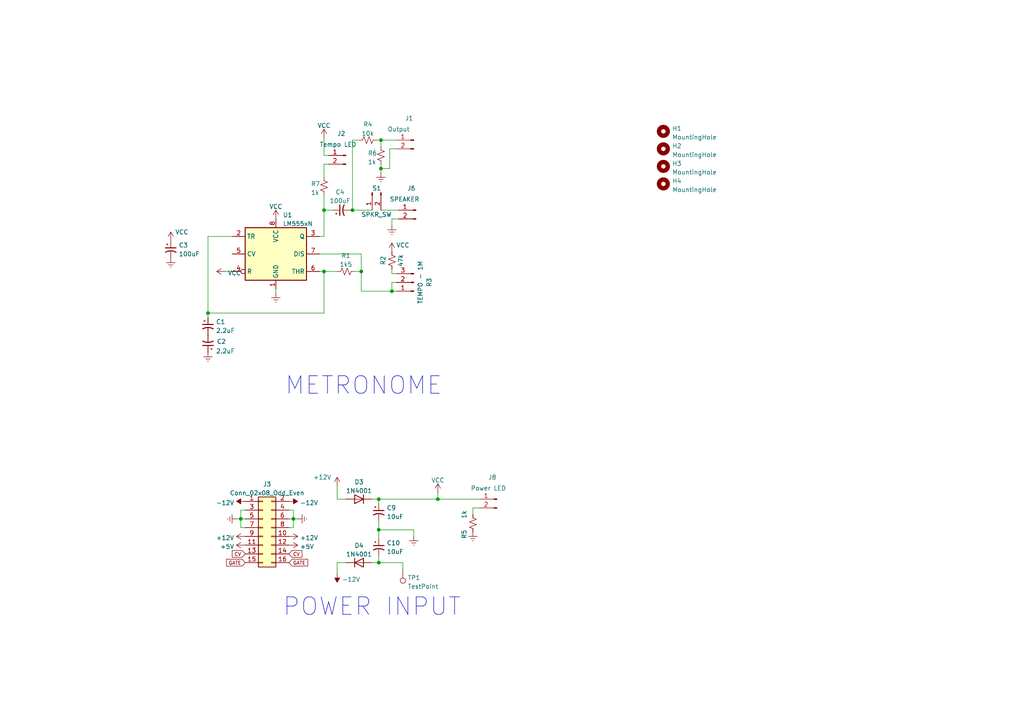
<source format=kicad_sch>
(kicad_sch (version 20211123) (generator eeschema)

  (uuid 8ec51121-6d80-4ad3-8ed7-33d09e783996)

  (paper "A4")

  (lib_symbols
    (symbol "Connector:Conn_01x02_Male" (pin_names (offset 1.016) hide) (in_bom yes) (on_board yes)
      (property "Reference" "J" (id 0) (at 0 2.54 0)
        (effects (font (size 1.27 1.27)))
      )
      (property "Value" "Conn_01x02_Male" (id 1) (at 0 -5.08 0)
        (effects (font (size 1.27 1.27)))
      )
      (property "Footprint" "" (id 2) (at 0 0 0)
        (effects (font (size 1.27 1.27)) hide)
      )
      (property "Datasheet" "~" (id 3) (at 0 0 0)
        (effects (font (size 1.27 1.27)) hide)
      )
      (property "ki_keywords" "connector" (id 4) (at 0 0 0)
        (effects (font (size 1.27 1.27)) hide)
      )
      (property "ki_description" "Generic connector, single row, 01x02, script generated (kicad-library-utils/schlib/autogen/connector/)" (id 5) (at 0 0 0)
        (effects (font (size 1.27 1.27)) hide)
      )
      (property "ki_fp_filters" "Connector*:*_1x??_*" (id 6) (at 0 0 0)
        (effects (font (size 1.27 1.27)) hide)
      )
      (symbol "Conn_01x02_Male_1_1"
        (polyline
          (pts
            (xy 1.27 -2.54)
            (xy 0.8636 -2.54)
          )
          (stroke (width 0.1524) (type default) (color 0 0 0 0))
          (fill (type none))
        )
        (polyline
          (pts
            (xy 1.27 0)
            (xy 0.8636 0)
          )
          (stroke (width 0.1524) (type default) (color 0 0 0 0))
          (fill (type none))
        )
        (rectangle (start 0.8636 -2.413) (end 0 -2.667)
          (stroke (width 0.1524) (type default) (color 0 0 0 0))
          (fill (type outline))
        )
        (rectangle (start 0.8636 0.127) (end 0 -0.127)
          (stroke (width 0.1524) (type default) (color 0 0 0 0))
          (fill (type outline))
        )
        (pin passive line (at 5.08 0 180) (length 3.81)
          (name "Pin_1" (effects (font (size 1.27 1.27))))
          (number "1" (effects (font (size 1.27 1.27))))
        )
        (pin passive line (at 5.08 -2.54 180) (length 3.81)
          (name "Pin_2" (effects (font (size 1.27 1.27))))
          (number "2" (effects (font (size 1.27 1.27))))
        )
      )
    )
    (symbol "Connector:Conn_01x03_Male" (pin_names (offset 1.016) hide) (in_bom yes) (on_board yes)
      (property "Reference" "J" (id 0) (at 0 5.08 0)
        (effects (font (size 1.27 1.27)))
      )
      (property "Value" "Conn_01x03_Male" (id 1) (at 0 -5.08 0)
        (effects (font (size 1.27 1.27)))
      )
      (property "Footprint" "" (id 2) (at 0 0 0)
        (effects (font (size 1.27 1.27)) hide)
      )
      (property "Datasheet" "~" (id 3) (at 0 0 0)
        (effects (font (size 1.27 1.27)) hide)
      )
      (property "ki_keywords" "connector" (id 4) (at 0 0 0)
        (effects (font (size 1.27 1.27)) hide)
      )
      (property "ki_description" "Generic connector, single row, 01x03, script generated (kicad-library-utils/schlib/autogen/connector/)" (id 5) (at 0 0 0)
        (effects (font (size 1.27 1.27)) hide)
      )
      (property "ki_fp_filters" "Connector*:*_1x??_*" (id 6) (at 0 0 0)
        (effects (font (size 1.27 1.27)) hide)
      )
      (symbol "Conn_01x03_Male_1_1"
        (polyline
          (pts
            (xy 1.27 -2.54)
            (xy 0.8636 -2.54)
          )
          (stroke (width 0.1524) (type default) (color 0 0 0 0))
          (fill (type none))
        )
        (polyline
          (pts
            (xy 1.27 0)
            (xy 0.8636 0)
          )
          (stroke (width 0.1524) (type default) (color 0 0 0 0))
          (fill (type none))
        )
        (polyline
          (pts
            (xy 1.27 2.54)
            (xy 0.8636 2.54)
          )
          (stroke (width 0.1524) (type default) (color 0 0 0 0))
          (fill (type none))
        )
        (rectangle (start 0.8636 -2.413) (end 0 -2.667)
          (stroke (width 0.1524) (type default) (color 0 0 0 0))
          (fill (type outline))
        )
        (rectangle (start 0.8636 0.127) (end 0 -0.127)
          (stroke (width 0.1524) (type default) (color 0 0 0 0))
          (fill (type outline))
        )
        (rectangle (start 0.8636 2.667) (end 0 2.413)
          (stroke (width 0.1524) (type default) (color 0 0 0 0))
          (fill (type outline))
        )
        (pin passive line (at 5.08 2.54 180) (length 3.81)
          (name "Pin_1" (effects (font (size 1.27 1.27))))
          (number "1" (effects (font (size 1.27 1.27))))
        )
        (pin passive line (at 5.08 0 180) (length 3.81)
          (name "Pin_2" (effects (font (size 1.27 1.27))))
          (number "2" (effects (font (size 1.27 1.27))))
        )
        (pin passive line (at 5.08 -2.54 180) (length 3.81)
          (name "Pin_3" (effects (font (size 1.27 1.27))))
          (number "3" (effects (font (size 1.27 1.27))))
        )
      )
    )
    (symbol "Connector:TestPoint" (pin_numbers hide) (pin_names (offset 0.762) hide) (in_bom yes) (on_board yes)
      (property "Reference" "TP" (id 0) (at 0 6.858 0)
        (effects (font (size 1.27 1.27)))
      )
      (property "Value" "TestPoint" (id 1) (at 0 5.08 0)
        (effects (font (size 1.27 1.27)))
      )
      (property "Footprint" "" (id 2) (at 5.08 0 0)
        (effects (font (size 1.27 1.27)) hide)
      )
      (property "Datasheet" "~" (id 3) (at 5.08 0 0)
        (effects (font (size 1.27 1.27)) hide)
      )
      (property "ki_keywords" "test point tp" (id 4) (at 0 0 0)
        (effects (font (size 1.27 1.27)) hide)
      )
      (property "ki_description" "test point" (id 5) (at 0 0 0)
        (effects (font (size 1.27 1.27)) hide)
      )
      (property "ki_fp_filters" "Pin* Test*" (id 6) (at 0 0 0)
        (effects (font (size 1.27 1.27)) hide)
      )
      (symbol "TestPoint_0_1"
        (circle (center 0 3.302) (radius 0.762)
          (stroke (width 0) (type default) (color 0 0 0 0))
          (fill (type none))
        )
      )
      (symbol "TestPoint_1_1"
        (pin passive line (at 0 0 90) (length 2.54)
          (name "1" (effects (font (size 1.27 1.27))))
          (number "1" (effects (font (size 1.27 1.27))))
        )
      )
    )
    (symbol "Connector_Generic:Conn_02x08_Odd_Even" (pin_names (offset 1.016) hide) (in_bom yes) (on_board yes)
      (property "Reference" "J" (id 0) (at 1.27 10.16 0)
        (effects (font (size 1.27 1.27)))
      )
      (property "Value" "Conn_02x08_Odd_Even" (id 1) (at 1.27 -12.7 0)
        (effects (font (size 1.27 1.27)))
      )
      (property "Footprint" "" (id 2) (at 0 0 0)
        (effects (font (size 1.27 1.27)) hide)
      )
      (property "Datasheet" "~" (id 3) (at 0 0 0)
        (effects (font (size 1.27 1.27)) hide)
      )
      (property "ki_keywords" "connector" (id 4) (at 0 0 0)
        (effects (font (size 1.27 1.27)) hide)
      )
      (property "ki_description" "Generic connector, double row, 02x08, odd/even pin numbering scheme (row 1 odd numbers, row 2 even numbers), script generated (kicad-library-utils/schlib/autogen/connector/)" (id 5) (at 0 0 0)
        (effects (font (size 1.27 1.27)) hide)
      )
      (property "ki_fp_filters" "Connector*:*_2x??_*" (id 6) (at 0 0 0)
        (effects (font (size 1.27 1.27)) hide)
      )
      (symbol "Conn_02x08_Odd_Even_1_1"
        (rectangle (start -1.27 -10.033) (end 0 -10.287)
          (stroke (width 0.1524) (type default) (color 0 0 0 0))
          (fill (type none))
        )
        (rectangle (start -1.27 -7.493) (end 0 -7.747)
          (stroke (width 0.1524) (type default) (color 0 0 0 0))
          (fill (type none))
        )
        (rectangle (start -1.27 -4.953) (end 0 -5.207)
          (stroke (width 0.1524) (type default) (color 0 0 0 0))
          (fill (type none))
        )
        (rectangle (start -1.27 -2.413) (end 0 -2.667)
          (stroke (width 0.1524) (type default) (color 0 0 0 0))
          (fill (type none))
        )
        (rectangle (start -1.27 0.127) (end 0 -0.127)
          (stroke (width 0.1524) (type default) (color 0 0 0 0))
          (fill (type none))
        )
        (rectangle (start -1.27 2.667) (end 0 2.413)
          (stroke (width 0.1524) (type default) (color 0 0 0 0))
          (fill (type none))
        )
        (rectangle (start -1.27 5.207) (end 0 4.953)
          (stroke (width 0.1524) (type default) (color 0 0 0 0))
          (fill (type none))
        )
        (rectangle (start -1.27 7.747) (end 0 7.493)
          (stroke (width 0.1524) (type default) (color 0 0 0 0))
          (fill (type none))
        )
        (rectangle (start -1.27 8.89) (end 3.81 -11.43)
          (stroke (width 0.254) (type default) (color 0 0 0 0))
          (fill (type background))
        )
        (rectangle (start 3.81 -10.033) (end 2.54 -10.287)
          (stroke (width 0.1524) (type default) (color 0 0 0 0))
          (fill (type none))
        )
        (rectangle (start 3.81 -7.493) (end 2.54 -7.747)
          (stroke (width 0.1524) (type default) (color 0 0 0 0))
          (fill (type none))
        )
        (rectangle (start 3.81 -4.953) (end 2.54 -5.207)
          (stroke (width 0.1524) (type default) (color 0 0 0 0))
          (fill (type none))
        )
        (rectangle (start 3.81 -2.413) (end 2.54 -2.667)
          (stroke (width 0.1524) (type default) (color 0 0 0 0))
          (fill (type none))
        )
        (rectangle (start 3.81 0.127) (end 2.54 -0.127)
          (stroke (width 0.1524) (type default) (color 0 0 0 0))
          (fill (type none))
        )
        (rectangle (start 3.81 2.667) (end 2.54 2.413)
          (stroke (width 0.1524) (type default) (color 0 0 0 0))
          (fill (type none))
        )
        (rectangle (start 3.81 5.207) (end 2.54 4.953)
          (stroke (width 0.1524) (type default) (color 0 0 0 0))
          (fill (type none))
        )
        (rectangle (start 3.81 7.747) (end 2.54 7.493)
          (stroke (width 0.1524) (type default) (color 0 0 0 0))
          (fill (type none))
        )
        (pin passive line (at -5.08 7.62 0) (length 3.81)
          (name "Pin_1" (effects (font (size 1.27 1.27))))
          (number "1" (effects (font (size 1.27 1.27))))
        )
        (pin passive line (at 7.62 -2.54 180) (length 3.81)
          (name "Pin_10" (effects (font (size 1.27 1.27))))
          (number "10" (effects (font (size 1.27 1.27))))
        )
        (pin passive line (at -5.08 -5.08 0) (length 3.81)
          (name "Pin_11" (effects (font (size 1.27 1.27))))
          (number "11" (effects (font (size 1.27 1.27))))
        )
        (pin passive line (at 7.62 -5.08 180) (length 3.81)
          (name "Pin_12" (effects (font (size 1.27 1.27))))
          (number "12" (effects (font (size 1.27 1.27))))
        )
        (pin passive line (at -5.08 -7.62 0) (length 3.81)
          (name "Pin_13" (effects (font (size 1.27 1.27))))
          (number "13" (effects (font (size 1.27 1.27))))
        )
        (pin passive line (at 7.62 -7.62 180) (length 3.81)
          (name "Pin_14" (effects (font (size 1.27 1.27))))
          (number "14" (effects (font (size 1.27 1.27))))
        )
        (pin passive line (at -5.08 -10.16 0) (length 3.81)
          (name "Pin_15" (effects (font (size 1.27 1.27))))
          (number "15" (effects (font (size 1.27 1.27))))
        )
        (pin passive line (at 7.62 -10.16 180) (length 3.81)
          (name "Pin_16" (effects (font (size 1.27 1.27))))
          (number "16" (effects (font (size 1.27 1.27))))
        )
        (pin passive line (at 7.62 7.62 180) (length 3.81)
          (name "Pin_2" (effects (font (size 1.27 1.27))))
          (number "2" (effects (font (size 1.27 1.27))))
        )
        (pin passive line (at -5.08 5.08 0) (length 3.81)
          (name "Pin_3" (effects (font (size 1.27 1.27))))
          (number "3" (effects (font (size 1.27 1.27))))
        )
        (pin passive line (at 7.62 5.08 180) (length 3.81)
          (name "Pin_4" (effects (font (size 1.27 1.27))))
          (number "4" (effects (font (size 1.27 1.27))))
        )
        (pin passive line (at -5.08 2.54 0) (length 3.81)
          (name "Pin_5" (effects (font (size 1.27 1.27))))
          (number "5" (effects (font (size 1.27 1.27))))
        )
        (pin passive line (at 7.62 2.54 180) (length 3.81)
          (name "Pin_6" (effects (font (size 1.27 1.27))))
          (number "6" (effects (font (size 1.27 1.27))))
        )
        (pin passive line (at -5.08 0 0) (length 3.81)
          (name "Pin_7" (effects (font (size 1.27 1.27))))
          (number "7" (effects (font (size 1.27 1.27))))
        )
        (pin passive line (at 7.62 0 180) (length 3.81)
          (name "Pin_8" (effects (font (size 1.27 1.27))))
          (number "8" (effects (font (size 1.27 1.27))))
        )
        (pin passive line (at -5.08 -2.54 0) (length 3.81)
          (name "Pin_9" (effects (font (size 1.27 1.27))))
          (number "9" (effects (font (size 1.27 1.27))))
        )
      )
    )
    (symbol "Device:C_Polarized_Small_US" (pin_numbers hide) (pin_names (offset 0.254) hide) (in_bom yes) (on_board yes)
      (property "Reference" "C" (id 0) (at 0.254 1.778 0)
        (effects (font (size 1.27 1.27)) (justify left))
      )
      (property "Value" "C_Polarized_Small_US" (id 1) (at 0.254 -2.032 0)
        (effects (font (size 1.27 1.27)) (justify left))
      )
      (property "Footprint" "" (id 2) (at 0 0 0)
        (effects (font (size 1.27 1.27)) hide)
      )
      (property "Datasheet" "~" (id 3) (at 0 0 0)
        (effects (font (size 1.27 1.27)) hide)
      )
      (property "ki_keywords" "cap capacitor" (id 4) (at 0 0 0)
        (effects (font (size 1.27 1.27)) hide)
      )
      (property "ki_description" "Polarized capacitor, small US symbol" (id 5) (at 0 0 0)
        (effects (font (size 1.27 1.27)) hide)
      )
      (property "ki_fp_filters" "CP_*" (id 6) (at 0 0 0)
        (effects (font (size 1.27 1.27)) hide)
      )
      (symbol "C_Polarized_Small_US_0_1"
        (polyline
          (pts
            (xy -1.524 0.508)
            (xy 1.524 0.508)
          )
          (stroke (width 0.3048) (type default) (color 0 0 0 0))
          (fill (type none))
        )
        (polyline
          (pts
            (xy -1.27 1.524)
            (xy -0.762 1.524)
          )
          (stroke (width 0) (type default) (color 0 0 0 0))
          (fill (type none))
        )
        (polyline
          (pts
            (xy -1.016 1.27)
            (xy -1.016 1.778)
          )
          (stroke (width 0) (type default) (color 0 0 0 0))
          (fill (type none))
        )
        (arc (start 1.524 -0.762) (mid 0 -0.3734) (end -1.524 -0.762)
          (stroke (width 0.3048) (type default) (color 0 0 0 0))
          (fill (type none))
        )
      )
      (symbol "C_Polarized_Small_US_1_1"
        (pin passive line (at 0 2.54 270) (length 2.032)
          (name "~" (effects (font (size 1.27 1.27))))
          (number "1" (effects (font (size 1.27 1.27))))
        )
        (pin passive line (at 0 -2.54 90) (length 2.032)
          (name "~" (effects (font (size 1.27 1.27))))
          (number "2" (effects (font (size 1.27 1.27))))
        )
      )
    )
    (symbol "Device:R_Small_US" (pin_numbers hide) (pin_names (offset 0.254) hide) (in_bom yes) (on_board yes)
      (property "Reference" "R" (id 0) (at 0.762 0.508 0)
        (effects (font (size 1.27 1.27)) (justify left))
      )
      (property "Value" "R_Small_US" (id 1) (at 0.762 -1.016 0)
        (effects (font (size 1.27 1.27)) (justify left))
      )
      (property "Footprint" "" (id 2) (at 0 0 0)
        (effects (font (size 1.27 1.27)) hide)
      )
      (property "Datasheet" "~" (id 3) (at 0 0 0)
        (effects (font (size 1.27 1.27)) hide)
      )
      (property "ki_keywords" "r resistor" (id 4) (at 0 0 0)
        (effects (font (size 1.27 1.27)) hide)
      )
      (property "ki_description" "Resistor, small US symbol" (id 5) (at 0 0 0)
        (effects (font (size 1.27 1.27)) hide)
      )
      (property "ki_fp_filters" "R_*" (id 6) (at 0 0 0)
        (effects (font (size 1.27 1.27)) hide)
      )
      (symbol "R_Small_US_1_1"
        (polyline
          (pts
            (xy 0 0)
            (xy 1.016 -0.381)
            (xy 0 -0.762)
            (xy -1.016 -1.143)
            (xy 0 -1.524)
          )
          (stroke (width 0) (type default) (color 0 0 0 0))
          (fill (type none))
        )
        (polyline
          (pts
            (xy 0 1.524)
            (xy 1.016 1.143)
            (xy 0 0.762)
            (xy -1.016 0.381)
            (xy 0 0)
          )
          (stroke (width 0) (type default) (color 0 0 0 0))
          (fill (type none))
        )
        (pin passive line (at 0 2.54 270) (length 1.016)
          (name "~" (effects (font (size 1.27 1.27))))
          (number "1" (effects (font (size 1.27 1.27))))
        )
        (pin passive line (at 0 -2.54 90) (length 1.016)
          (name "~" (effects (font (size 1.27 1.27))))
          (number "2" (effects (font (size 1.27 1.27))))
        )
      )
    )
    (symbol "Diode:1N4001" (pin_numbers hide) (pin_names (offset 1.016) hide) (in_bom yes) (on_board yes)
      (property "Reference" "D" (id 0) (at 0 2.54 0)
        (effects (font (size 1.27 1.27)))
      )
      (property "Value" "1N4001" (id 1) (at 0 -2.54 0)
        (effects (font (size 1.27 1.27)))
      )
      (property "Footprint" "Diode_THT:D_DO-41_SOD81_P10.16mm_Horizontal" (id 2) (at 0 -4.445 0)
        (effects (font (size 1.27 1.27)) hide)
      )
      (property "Datasheet" "http://www.vishay.com/docs/88503/1n4001.pdf" (id 3) (at 0 0 0)
        (effects (font (size 1.27 1.27)) hide)
      )
      (property "ki_keywords" "diode" (id 4) (at 0 0 0)
        (effects (font (size 1.27 1.27)) hide)
      )
      (property "ki_description" "50V 1A General Purpose Rectifier Diode, DO-41" (id 5) (at 0 0 0)
        (effects (font (size 1.27 1.27)) hide)
      )
      (property "ki_fp_filters" "D*DO?41*" (id 6) (at 0 0 0)
        (effects (font (size 1.27 1.27)) hide)
      )
      (symbol "1N4001_0_1"
        (polyline
          (pts
            (xy -1.27 1.27)
            (xy -1.27 -1.27)
          )
          (stroke (width 0.254) (type default) (color 0 0 0 0))
          (fill (type none))
        )
        (polyline
          (pts
            (xy 1.27 0)
            (xy -1.27 0)
          )
          (stroke (width 0) (type default) (color 0 0 0 0))
          (fill (type none))
        )
        (polyline
          (pts
            (xy 1.27 1.27)
            (xy 1.27 -1.27)
            (xy -1.27 0)
            (xy 1.27 1.27)
          )
          (stroke (width 0.254) (type default) (color 0 0 0 0))
          (fill (type none))
        )
      )
      (symbol "1N4001_1_1"
        (pin passive line (at -3.81 0 0) (length 2.54)
          (name "K" (effects (font (size 1.27 1.27))))
          (number "1" (effects (font (size 1.27 1.27))))
        )
        (pin passive line (at 3.81 0 180) (length 2.54)
          (name "A" (effects (font (size 1.27 1.27))))
          (number "2" (effects (font (size 1.27 1.27))))
        )
      )
    )
    (symbol "Mechanical:MountingHole" (pin_names (offset 1.016)) (in_bom yes) (on_board yes)
      (property "Reference" "H" (id 0) (at 0 5.08 0)
        (effects (font (size 1.27 1.27)))
      )
      (property "Value" "MountingHole" (id 1) (at 0 3.175 0)
        (effects (font (size 1.27 1.27)))
      )
      (property "Footprint" "" (id 2) (at 0 0 0)
        (effects (font (size 1.27 1.27)) hide)
      )
      (property "Datasheet" "~" (id 3) (at 0 0 0)
        (effects (font (size 1.27 1.27)) hide)
      )
      (property "ki_keywords" "mounting hole" (id 4) (at 0 0 0)
        (effects (font (size 1.27 1.27)) hide)
      )
      (property "ki_description" "Mounting Hole without connection" (id 5) (at 0 0 0)
        (effects (font (size 1.27 1.27)) hide)
      )
      (property "ki_fp_filters" "MountingHole*" (id 6) (at 0 0 0)
        (effects (font (size 1.27 1.27)) hide)
      )
      (symbol "MountingHole_0_1"
        (circle (center 0 0) (radius 1.27)
          (stroke (width 1.27) (type default) (color 0 0 0 0))
          (fill (type none))
        )
      )
    )
    (symbol "Timer:LM555xN" (in_bom yes) (on_board yes)
      (property "Reference" "U" (id 0) (at -10.16 8.89 0)
        (effects (font (size 1.27 1.27)) (justify left))
      )
      (property "Value" "LM555xN" (id 1) (at 2.54 8.89 0)
        (effects (font (size 1.27 1.27)) (justify left))
      )
      (property "Footprint" "Package_DIP:DIP-8_W7.62mm" (id 2) (at 16.51 -10.16 0)
        (effects (font (size 1.27 1.27)) hide)
      )
      (property "Datasheet" "http://www.ti.com/lit/ds/symlink/lm555.pdf" (id 3) (at 21.59 -10.16 0)
        (effects (font (size 1.27 1.27)) hide)
      )
      (property "ki_keywords" "single timer 555" (id 4) (at 0 0 0)
        (effects (font (size 1.27 1.27)) hide)
      )
      (property "ki_description" "Timer, 555 compatible, PDIP-8" (id 5) (at 0 0 0)
        (effects (font (size 1.27 1.27)) hide)
      )
      (property "ki_fp_filters" "DIP*W7.62mm*" (id 6) (at 0 0 0)
        (effects (font (size 1.27 1.27)) hide)
      )
      (symbol "LM555xN_0_0"
        (pin power_in line (at 0 -10.16 90) (length 2.54)
          (name "GND" (effects (font (size 1.27 1.27))))
          (number "1" (effects (font (size 1.27 1.27))))
        )
        (pin power_in line (at 0 10.16 270) (length 2.54)
          (name "VCC" (effects (font (size 1.27 1.27))))
          (number "8" (effects (font (size 1.27 1.27))))
        )
      )
      (symbol "LM555xN_0_1"
        (rectangle (start -8.89 -7.62) (end 8.89 7.62)
          (stroke (width 0.254) (type default) (color 0 0 0 0))
          (fill (type background))
        )
        (rectangle (start -8.89 -7.62) (end 8.89 7.62)
          (stroke (width 0.254) (type default) (color 0 0 0 0))
          (fill (type background))
        )
      )
      (symbol "LM555xN_1_1"
        (pin input line (at -12.7 5.08 0) (length 3.81)
          (name "TR" (effects (font (size 1.27 1.27))))
          (number "2" (effects (font (size 1.27 1.27))))
        )
        (pin output line (at 12.7 5.08 180) (length 3.81)
          (name "Q" (effects (font (size 1.27 1.27))))
          (number "3" (effects (font (size 1.27 1.27))))
        )
        (pin input inverted (at -12.7 -5.08 0) (length 3.81)
          (name "R" (effects (font (size 1.27 1.27))))
          (number "4" (effects (font (size 1.27 1.27))))
        )
        (pin input line (at -12.7 0 0) (length 3.81)
          (name "CV" (effects (font (size 1.27 1.27))))
          (number "5" (effects (font (size 1.27 1.27))))
        )
        (pin input line (at 12.7 -5.08 180) (length 3.81)
          (name "THR" (effects (font (size 1.27 1.27))))
          (number "6" (effects (font (size 1.27 1.27))))
        )
        (pin input line (at 12.7 0 180) (length 3.81)
          (name "DIS" (effects (font (size 1.27 1.27))))
          (number "7" (effects (font (size 1.27 1.27))))
        )
      )
    )
    (symbol "power:+12V" (power) (pin_names (offset 0)) (in_bom yes) (on_board yes)
      (property "Reference" "#PWR" (id 0) (at 0 -3.81 0)
        (effects (font (size 1.27 1.27)) hide)
      )
      (property "Value" "+12V" (id 1) (at 0 3.556 0)
        (effects (font (size 1.27 1.27)))
      )
      (property "Footprint" "" (id 2) (at 0 0 0)
        (effects (font (size 1.27 1.27)) hide)
      )
      (property "Datasheet" "" (id 3) (at 0 0 0)
        (effects (font (size 1.27 1.27)) hide)
      )
      (property "ki_keywords" "power-flag" (id 4) (at 0 0 0)
        (effects (font (size 1.27 1.27)) hide)
      )
      (property "ki_description" "Power symbol creates a global label with name \"+12V\"" (id 5) (at 0 0 0)
        (effects (font (size 1.27 1.27)) hide)
      )
      (symbol "+12V_0_1"
        (polyline
          (pts
            (xy -0.762 1.27)
            (xy 0 2.54)
          )
          (stroke (width 0) (type default) (color 0 0 0 0))
          (fill (type none))
        )
        (polyline
          (pts
            (xy 0 0)
            (xy 0 2.54)
          )
          (stroke (width 0) (type default) (color 0 0 0 0))
          (fill (type none))
        )
        (polyline
          (pts
            (xy 0 2.54)
            (xy 0.762 1.27)
          )
          (stroke (width 0) (type default) (color 0 0 0 0))
          (fill (type none))
        )
      )
      (symbol "+12V_1_1"
        (pin power_in line (at 0 0 90) (length 0) hide
          (name "+12V" (effects (font (size 1.27 1.27))))
          (number "1" (effects (font (size 1.27 1.27))))
        )
      )
    )
    (symbol "power:+5V" (power) (pin_names (offset 0)) (in_bom yes) (on_board yes)
      (property "Reference" "#PWR" (id 0) (at 0 -3.81 0)
        (effects (font (size 1.27 1.27)) hide)
      )
      (property "Value" "+5V" (id 1) (at 0 3.556 0)
        (effects (font (size 1.27 1.27)))
      )
      (property "Footprint" "" (id 2) (at 0 0 0)
        (effects (font (size 1.27 1.27)) hide)
      )
      (property "Datasheet" "" (id 3) (at 0 0 0)
        (effects (font (size 1.27 1.27)) hide)
      )
      (property "ki_keywords" "power-flag" (id 4) (at 0 0 0)
        (effects (font (size 1.27 1.27)) hide)
      )
      (property "ki_description" "Power symbol creates a global label with name \"+5V\"" (id 5) (at 0 0 0)
        (effects (font (size 1.27 1.27)) hide)
      )
      (symbol "+5V_0_1"
        (polyline
          (pts
            (xy -0.762 1.27)
            (xy 0 2.54)
          )
          (stroke (width 0) (type default) (color 0 0 0 0))
          (fill (type none))
        )
        (polyline
          (pts
            (xy 0 0)
            (xy 0 2.54)
          )
          (stroke (width 0) (type default) (color 0 0 0 0))
          (fill (type none))
        )
        (polyline
          (pts
            (xy 0 2.54)
            (xy 0.762 1.27)
          )
          (stroke (width 0) (type default) (color 0 0 0 0))
          (fill (type none))
        )
      )
      (symbol "+5V_1_1"
        (pin power_in line (at 0 0 90) (length 0) hide
          (name "+5V" (effects (font (size 1.27 1.27))))
          (number "1" (effects (font (size 1.27 1.27))))
        )
      )
    )
    (symbol "power:-12V" (power) (pin_names (offset 0)) (in_bom yes) (on_board yes)
      (property "Reference" "#PWR" (id 0) (at 0 2.54 0)
        (effects (font (size 1.27 1.27)) hide)
      )
      (property "Value" "-12V" (id 1) (at 0 3.81 0)
        (effects (font (size 1.27 1.27)))
      )
      (property "Footprint" "" (id 2) (at 0 0 0)
        (effects (font (size 1.27 1.27)) hide)
      )
      (property "Datasheet" "" (id 3) (at 0 0 0)
        (effects (font (size 1.27 1.27)) hide)
      )
      (property "ki_keywords" "power-flag" (id 4) (at 0 0 0)
        (effects (font (size 1.27 1.27)) hide)
      )
      (property "ki_description" "Power symbol creates a global label with name \"-12V\"" (id 5) (at 0 0 0)
        (effects (font (size 1.27 1.27)) hide)
      )
      (symbol "-12V_0_0"
        (pin power_in line (at 0 0 90) (length 0) hide
          (name "-12V" (effects (font (size 1.27 1.27))))
          (number "1" (effects (font (size 1.27 1.27))))
        )
      )
      (symbol "-12V_0_1"
        (polyline
          (pts
            (xy 0 0)
            (xy 0 1.27)
            (xy 0.762 1.27)
            (xy 0 2.54)
            (xy -0.762 1.27)
            (xy 0 1.27)
          )
          (stroke (width 0) (type default) (color 0 0 0 0))
          (fill (type outline))
        )
      )
    )
    (symbol "power:Earth" (power) (pin_names (offset 0)) (in_bom yes) (on_board yes)
      (property "Reference" "#PWR" (id 0) (at 0 -6.35 0)
        (effects (font (size 1.27 1.27)) hide)
      )
      (property "Value" "Earth" (id 1) (at 0 -3.81 0)
        (effects (font (size 1.27 1.27)) hide)
      )
      (property "Footprint" "" (id 2) (at 0 0 0)
        (effects (font (size 1.27 1.27)) hide)
      )
      (property "Datasheet" "~" (id 3) (at 0 0 0)
        (effects (font (size 1.27 1.27)) hide)
      )
      (property "ki_keywords" "power-flag ground gnd" (id 4) (at 0 0 0)
        (effects (font (size 1.27 1.27)) hide)
      )
      (property "ki_description" "Power symbol creates a global label with name \"Earth\"" (id 5) (at 0 0 0)
        (effects (font (size 1.27 1.27)) hide)
      )
      (symbol "Earth_0_1"
        (polyline
          (pts
            (xy -0.635 -1.905)
            (xy 0.635 -1.905)
          )
          (stroke (width 0) (type default) (color 0 0 0 0))
          (fill (type none))
        )
        (polyline
          (pts
            (xy -0.127 -2.54)
            (xy 0.127 -2.54)
          )
          (stroke (width 0) (type default) (color 0 0 0 0))
          (fill (type none))
        )
        (polyline
          (pts
            (xy 0 -1.27)
            (xy 0 0)
          )
          (stroke (width 0) (type default) (color 0 0 0 0))
          (fill (type none))
        )
        (polyline
          (pts
            (xy 1.27 -1.27)
            (xy -1.27 -1.27)
          )
          (stroke (width 0) (type default) (color 0 0 0 0))
          (fill (type none))
        )
      )
      (symbol "Earth_1_1"
        (pin power_in line (at 0 0 270) (length 0) hide
          (name "Earth" (effects (font (size 1.27 1.27))))
          (number "1" (effects (font (size 1.27 1.27))))
        )
      )
    )
    (symbol "power:VCC" (power) (pin_names (offset 0)) (in_bom yes) (on_board yes)
      (property "Reference" "#PWR" (id 0) (at 0 -3.81 0)
        (effects (font (size 1.27 1.27)) hide)
      )
      (property "Value" "VCC" (id 1) (at 0 3.81 0)
        (effects (font (size 1.27 1.27)))
      )
      (property "Footprint" "" (id 2) (at 0 0 0)
        (effects (font (size 1.27 1.27)) hide)
      )
      (property "Datasheet" "" (id 3) (at 0 0 0)
        (effects (font (size 1.27 1.27)) hide)
      )
      (property "ki_keywords" "power-flag" (id 4) (at 0 0 0)
        (effects (font (size 1.27 1.27)) hide)
      )
      (property "ki_description" "Power symbol creates a global label with name \"VCC\"" (id 5) (at 0 0 0)
        (effects (font (size 1.27 1.27)) hide)
      )
      (symbol "VCC_0_1"
        (polyline
          (pts
            (xy -0.762 1.27)
            (xy 0 2.54)
          )
          (stroke (width 0) (type default) (color 0 0 0 0))
          (fill (type none))
        )
        (polyline
          (pts
            (xy 0 0)
            (xy 0 2.54)
          )
          (stroke (width 0) (type default) (color 0 0 0 0))
          (fill (type none))
        )
        (polyline
          (pts
            (xy 0 2.54)
            (xy 0.762 1.27)
          )
          (stroke (width 0) (type default) (color 0 0 0 0))
          (fill (type none))
        )
      )
      (symbol "VCC_1_1"
        (pin power_in line (at 0 0 90) (length 0) hide
          (name "VCC" (effects (font (size 1.27 1.27))))
          (number "1" (effects (font (size 1.27 1.27))))
        )
      )
    )
  )

  (junction (at 104.775 78.74) (diameter 0) (color 0 0 0 0)
    (uuid 0a6ce629-fdf0-421b-9650-334f7b19d14d)
  )
  (junction (at 93.98 78.74) (diameter 0) (color 0 0 0 0)
    (uuid 1cf53753-d0ec-4fbe-9506-645e7b54c861)
  )
  (junction (at 109.855 144.78) (diameter 0) (color 0 0 0 0)
    (uuid 271ecc1c-8497-4084-82eb-cbcb083bec6c)
  )
  (junction (at 102.235 60.96) (diameter 0) (color 0 0 0 0)
    (uuid 418adab3-790c-48f7-ba7e-eaf84154c37e)
  )
  (junction (at 110.49 40.64) (diameter 0) (color 0 0 0 0)
    (uuid 4ce4b37e-feeb-4797-a41c-6fdcc0da0d16)
  )
  (junction (at 60.325 90.805) (diameter 0) (color 0 0 0 0)
    (uuid 5ba4cf03-e9e9-447f-b9de-74577605cc22)
  )
  (junction (at 113.665 84.455) (diameter 0) (color 0 0 0 0)
    (uuid 7df9c944-989d-4779-9565-071f8bce2ac5)
  )
  (junction (at 110.49 48.895) (diameter 0) (color 0 0 0 0)
    (uuid a50d1b9c-c575-4b71-b028-2ab916abcc3a)
  )
  (junction (at 85.09 150.495) (diameter 0) (color 0 0 0 0)
    (uuid ad7e69f7-b6a8-4257-a1e2-36476163bd9d)
  )
  (junction (at 93.98 60.96) (diameter 0) (color 0 0 0 0)
    (uuid da422b84-7d97-4362-a08b-55b5e02bcae5)
  )
  (junction (at 69.85 150.495) (diameter 0) (color 0 0 0 0)
    (uuid e57e1612-ce5d-4751-9f75-35ff0c475bcb)
  )
  (junction (at 127 144.78) (diameter 0) (color 0 0 0 0)
    (uuid eb118047-b3ee-4124-be62-2e6047d77aa4)
  )
  (junction (at 109.855 163.195) (diameter 0) (color 0 0 0 0)
    (uuid f35c12c7-8e09-414f-aad3-70991b32f79f)
  )
  (junction (at 109.855 153.67) (diameter 0) (color 0 0 0 0)
    (uuid f7ab4208-cd91-4a67-97f0-ab5ae95c20ea)
  )

  (wire (pts (xy 114.935 81.915) (xy 113.665 81.915))
    (stroke (width 0) (type default) (color 0 0 0 0))
    (uuid 01813cde-3020-4609-9419-6b710a890564)
  )
  (wire (pts (xy 69.85 150.495) (xy 71.12 150.495))
    (stroke (width 0) (type default) (color 0 0 0 0))
    (uuid 021f6de7-be70-4eb3-b769-2fdebab2f7b6)
  )
  (wire (pts (xy 137.16 147.32) (xy 137.16 149.225))
    (stroke (width 0) (type default) (color 0 0 0 0))
    (uuid 063c66a3-f72e-48f6-a569-cb4a75dc0cc4)
  )
  (wire (pts (xy 95.25 47.625) (xy 93.98 47.625))
    (stroke (width 0) (type default) (color 0 0 0 0))
    (uuid 0775f922-bbe9-4a14-ba81-80293a1907ac)
  )
  (wire (pts (xy 114.935 43.18) (xy 113.03 43.18))
    (stroke (width 0) (type default) (color 0 0 0 0))
    (uuid 09c90c1c-be46-4c7f-b47c-04b70ba01eb6)
  )
  (wire (pts (xy 95.25 45.085) (xy 93.98 45.085))
    (stroke (width 0) (type default) (color 0 0 0 0))
    (uuid 14983bd2-93c6-4ca7-8f3b-74ba4e5171e4)
  )
  (wire (pts (xy 110.49 48.895) (xy 110.49 50.165))
    (stroke (width 0) (type default) (color 0 0 0 0))
    (uuid 153ee25f-4f8c-4b65-be12-0fdead85b1ed)
  )
  (wire (pts (xy 85.09 150.495) (xy 85.09 153.035))
    (stroke (width 0) (type default) (color 0 0 0 0))
    (uuid 15a3644b-9383-47ea-aae0-a2260e1f0e8d)
  )
  (wire (pts (xy 102.87 78.74) (xy 104.775 78.74))
    (stroke (width 0) (type default) (color 0 0 0 0))
    (uuid 186b2041-4ede-4c7b-a3c7-e472879e5ca9)
  )
  (wire (pts (xy 93.98 60.96) (xy 93.98 68.58))
    (stroke (width 0) (type default) (color 0 0 0 0))
    (uuid 1a623d44-dc3e-4751-af44-f333877095f1)
  )
  (wire (pts (xy 83.82 147.955) (xy 85.09 147.955))
    (stroke (width 0) (type default) (color 0 0 0 0))
    (uuid 1dfb3221-f8ca-49fb-828d-22372b8f0185)
  )
  (wire (pts (xy 104.14 40.64) (xy 102.235 40.64))
    (stroke (width 0) (type default) (color 0 0 0 0))
    (uuid 22f83cfb-6eb5-4ffd-8fe8-f2e4cda70ea9)
  )
  (wire (pts (xy 93.98 56.515) (xy 93.98 60.96))
    (stroke (width 0) (type default) (color 0 0 0 0))
    (uuid 234b4b78-31c0-4095-b9c6-ded45b7d089f)
  )
  (wire (pts (xy 109.855 144.78) (xy 127 144.78))
    (stroke (width 0) (type default) (color 0 0 0 0))
    (uuid 259bef9b-90b9-40a6-8112-acbbe9cdfe31)
  )
  (wire (pts (xy 114.935 79.375) (xy 113.665 79.375))
    (stroke (width 0) (type default) (color 0 0 0 0))
    (uuid 26fe1092-0b59-4a92-bbbd-96af1da598e1)
  )
  (wire (pts (xy 60.325 90.805) (xy 93.98 90.805))
    (stroke (width 0) (type default) (color 0 0 0 0))
    (uuid 2a5ed628-cdb3-44b4-95c7-86edf4a08114)
  )
  (wire (pts (xy 113.665 79.375) (xy 113.665 78.105))
    (stroke (width 0) (type default) (color 0 0 0 0))
    (uuid 2d14c8d7-0587-4a9d-b0be-d0045a44d481)
  )
  (wire (pts (xy 109.855 144.78) (xy 109.855 146.05))
    (stroke (width 0) (type default) (color 0 0 0 0))
    (uuid 35612164-5e87-42e6-9ffa-30d6f9d097ca)
  )
  (wire (pts (xy 109.855 153.67) (xy 109.855 156.21))
    (stroke (width 0) (type default) (color 0 0 0 0))
    (uuid 36164bcb-6865-4b29-8a26-feb3f578f862)
  )
  (wire (pts (xy 109.22 40.64) (xy 110.49 40.64))
    (stroke (width 0) (type default) (color 0 0 0 0))
    (uuid 387cf839-0759-4316-9077-1f0ebd0877e3)
  )
  (wire (pts (xy 93.98 68.58) (xy 92.71 68.58))
    (stroke (width 0) (type default) (color 0 0 0 0))
    (uuid 3a0784fe-7796-4bec-a20d-6ba3adc0b990)
  )
  (wire (pts (xy 107.95 163.195) (xy 109.855 163.195))
    (stroke (width 0) (type default) (color 0 0 0 0))
    (uuid 3b0479d8-4a3c-4dcc-9159-d6c7e8e816bd)
  )
  (wire (pts (xy 107.95 144.78) (xy 109.855 144.78))
    (stroke (width 0) (type default) (color 0 0 0 0))
    (uuid 4435c616-6f84-42c4-b119-6da10bfe0faa)
  )
  (wire (pts (xy 60.325 90.805) (xy 60.325 92.075))
    (stroke (width 0) (type default) (color 0 0 0 0))
    (uuid 4caa3f0c-d69b-443d-9de5-5f270480cfb6)
  )
  (wire (pts (xy 69.85 147.955) (xy 71.12 147.955))
    (stroke (width 0) (type default) (color 0 0 0 0))
    (uuid 4cf623c3-a453-46b9-b867-84763f8d7676)
  )
  (wire (pts (xy 69.85 153.035) (xy 71.12 153.035))
    (stroke (width 0) (type default) (color 0 0 0 0))
    (uuid 4cfafd67-080c-48d5-b9ac-bb5367ca5080)
  )
  (wire (pts (xy 113.03 43.18) (xy 113.03 48.895))
    (stroke (width 0) (type default) (color 0 0 0 0))
    (uuid 5051dc1d-f085-4db9-948c-647f6512ce59)
  )
  (wire (pts (xy 109.855 151.13) (xy 109.855 153.67))
    (stroke (width 0) (type default) (color 0 0 0 0))
    (uuid 53854deb-c060-41e5-90eb-5e20029aa87d)
  )
  (wire (pts (xy 109.855 153.67) (xy 120.015 153.67))
    (stroke (width 0) (type default) (color 0 0 0 0))
    (uuid 53efa3f7-ba65-4f8b-a120-a70eb0093d47)
  )
  (wire (pts (xy 93.98 78.74) (xy 97.79 78.74))
    (stroke (width 0) (type default) (color 0 0 0 0))
    (uuid 59cfa378-9d1c-4027-b063-c0ddb513aec6)
  )
  (wire (pts (xy 68.58 150.495) (xy 69.85 150.495))
    (stroke (width 0) (type default) (color 0 0 0 0))
    (uuid 5fc301ef-74d0-42ad-863b-6a0bc2336b14)
  )
  (wire (pts (xy 85.09 147.955) (xy 85.09 150.495))
    (stroke (width 0) (type default) (color 0 0 0 0))
    (uuid 6414d079-7c51-4d28-b3fe-e81af095339d)
  )
  (wire (pts (xy 104.775 78.74) (xy 104.775 84.455))
    (stroke (width 0) (type default) (color 0 0 0 0))
    (uuid 66514432-33b6-4c9b-835e-9f016a4141c7)
  )
  (wire (pts (xy 60.325 68.58) (xy 60.325 90.805))
    (stroke (width 0) (type default) (color 0 0 0 0))
    (uuid 68f27595-2159-4606-9944-10b9ba5fe5cd)
  )
  (wire (pts (xy 110.49 48.895) (xy 110.49 47.625))
    (stroke (width 0) (type default) (color 0 0 0 0))
    (uuid 6d53c5b6-a969-4902-96f0-f0787af2f7f3)
  )
  (wire (pts (xy 127 142.875) (xy 127 144.78))
    (stroke (width 0) (type default) (color 0 0 0 0))
    (uuid 718cf138-f3e8-483d-a675-cbf2b8d224d2)
  )
  (wire (pts (xy 69.85 150.495) (xy 69.85 153.035))
    (stroke (width 0) (type default) (color 0 0 0 0))
    (uuid 739eb63d-da36-43d5-a32d-262d60ebfb65)
  )
  (wire (pts (xy 85.09 153.035) (xy 83.82 153.035))
    (stroke (width 0) (type default) (color 0 0 0 0))
    (uuid 79b371b2-58a0-4f37-a45e-e3e476253462)
  )
  (wire (pts (xy 67.31 68.58) (xy 60.325 68.58))
    (stroke (width 0) (type default) (color 0 0 0 0))
    (uuid 7e39360b-fa53-48f2-a726-927fd31f73af)
  )
  (wire (pts (xy 139.065 147.32) (xy 137.16 147.32))
    (stroke (width 0) (type default) (color 0 0 0 0))
    (uuid 81fc9d57-9fac-460c-b186-fab7326e0f30)
  )
  (wire (pts (xy 101.6 60.96) (xy 102.235 60.96))
    (stroke (width 0) (type default) (color 0 0 0 0))
    (uuid 820b2c25-7fe2-4614-aa92-7b653a9e20a9)
  )
  (wire (pts (xy 69.85 147.955) (xy 69.85 150.495))
    (stroke (width 0) (type default) (color 0 0 0 0))
    (uuid 83d12365-7ed5-4adb-805a-ba42314100d5)
  )
  (wire (pts (xy 97.79 163.195) (xy 97.79 166.37))
    (stroke (width 0) (type default) (color 0 0 0 0))
    (uuid 898a47a0-bdb6-4374-a4b7-56b9c47101fc)
  )
  (wire (pts (xy 110.49 40.64) (xy 110.49 42.545))
    (stroke (width 0) (type default) (color 0 0 0 0))
    (uuid 8c459dc7-34bb-42f8-966f-5f630ae8be68)
  )
  (wire (pts (xy 104.775 78.74) (xy 104.775 73.66))
    (stroke (width 0) (type default) (color 0 0 0 0))
    (uuid 92818501-1b44-4bb4-8419-9b00d3ba9b2f)
  )
  (wire (pts (xy 127 144.78) (xy 139.065 144.78))
    (stroke (width 0) (type default) (color 0 0 0 0))
    (uuid 95f34689-7618-4157-a20d-8a12f721015d)
  )
  (wire (pts (xy 93.98 47.625) (xy 93.98 51.435))
    (stroke (width 0) (type default) (color 0 0 0 0))
    (uuid 972ff206-a659-4251-99cc-c180b4c8c48b)
  )
  (wire (pts (xy 93.98 78.74) (xy 93.98 90.805))
    (stroke (width 0) (type default) (color 0 0 0 0))
    (uuid 989116c1-e152-45cc-a6a6-3715c607054e)
  )
  (wire (pts (xy 113.665 63.5) (xy 113.665 65.405))
    (stroke (width 0) (type default) (color 0 0 0 0))
    (uuid 9e7dca7a-abeb-4023-8213-367b65a62b6a)
  )
  (wire (pts (xy 80.01 83.82) (xy 80.01 85.09))
    (stroke (width 0) (type default) (color 0 0 0 0))
    (uuid a76b3f16-ba90-4799-94b5-048685049e80)
  )
  (wire (pts (xy 113.665 81.915) (xy 113.665 84.455))
    (stroke (width 0) (type default) (color 0 0 0 0))
    (uuid ad867acb-3ea0-466c-be81-b1fb4d24e974)
  )
  (wire (pts (xy 100.33 163.195) (xy 97.79 163.195))
    (stroke (width 0) (type default) (color 0 0 0 0))
    (uuid b47e6ae5-c317-47ac-bef4-efbd214c0a29)
  )
  (wire (pts (xy 110.49 40.64) (xy 114.935 40.64))
    (stroke (width 0) (type default) (color 0 0 0 0))
    (uuid b6a058d9-e024-41fe-9a1b-8391b558cae0)
  )
  (wire (pts (xy 92.71 78.74) (xy 93.98 78.74))
    (stroke (width 0) (type default) (color 0 0 0 0))
    (uuid b746562b-46fd-45dd-b3a6-b328c0789b77)
  )
  (wire (pts (xy 65.405 78.74) (xy 67.31 78.74))
    (stroke (width 0) (type default) (color 0 0 0 0))
    (uuid c4faf819-6363-4b13-988e-f124ad604699)
  )
  (wire (pts (xy 115.57 63.5) (xy 113.665 63.5))
    (stroke (width 0) (type default) (color 0 0 0 0))
    (uuid c5c909c9-d55d-45d7-ab1e-a53b69ea7772)
  )
  (wire (pts (xy 102.235 60.96) (xy 107.95 60.96))
    (stroke (width 0) (type default) (color 0 0 0 0))
    (uuid c62f716d-fdc2-4d3c-ba6a-4b9f56c5e10c)
  )
  (wire (pts (xy 85.09 150.495) (xy 86.36 150.495))
    (stroke (width 0) (type default) (color 0 0 0 0))
    (uuid ce422748-3cd5-4e61-9081-a208f28f0120)
  )
  (wire (pts (xy 120.015 153.67) (xy 120.015 155.575))
    (stroke (width 0) (type default) (color 0 0 0 0))
    (uuid d1e2de67-15a5-404b-bf45-507d7df4765f)
  )
  (wire (pts (xy 110.49 60.96) (xy 115.57 60.96))
    (stroke (width 0) (type default) (color 0 0 0 0))
    (uuid d74ba640-a31e-4ba6-9373-c5a736329884)
  )
  (wire (pts (xy 96.52 60.96) (xy 93.98 60.96))
    (stroke (width 0) (type default) (color 0 0 0 0))
    (uuid d95fd958-c41c-4840-b403-3882f3714f9a)
  )
  (wire (pts (xy 113.03 48.895) (xy 110.49 48.895))
    (stroke (width 0) (type default) (color 0 0 0 0))
    (uuid e08e861d-0530-4e67-bedb-00b6a037ceee)
  )
  (wire (pts (xy 93.98 40.005) (xy 93.98 45.085))
    (stroke (width 0) (type default) (color 0 0 0 0))
    (uuid e1bbf00b-4fe8-4ed5-8d07-a4fed22d1141)
  )
  (wire (pts (xy 97.79 140.97) (xy 97.79 144.78))
    (stroke (width 0) (type default) (color 0 0 0 0))
    (uuid e49e9af1-1d90-406a-b0ea-2187371afa44)
  )
  (wire (pts (xy 100.33 144.78) (xy 97.79 144.78))
    (stroke (width 0) (type default) (color 0 0 0 0))
    (uuid e5028dfb-7290-4698-a008-ffc2570f233c)
  )
  (wire (pts (xy 83.82 150.495) (xy 85.09 150.495))
    (stroke (width 0) (type default) (color 0 0 0 0))
    (uuid e5148c39-fce0-47f4-9b2a-f222afe71152)
  )
  (wire (pts (xy 104.775 84.455) (xy 113.665 84.455))
    (stroke (width 0) (type default) (color 0 0 0 0))
    (uuid e808c869-619a-4cd2-886b-970c084d073a)
  )
  (wire (pts (xy 102.235 40.64) (xy 102.235 60.96))
    (stroke (width 0) (type default) (color 0 0 0 0))
    (uuid eb41866e-3dd6-445a-ae16-ef68afcdceb6)
  )
  (wire (pts (xy 116.84 163.195) (xy 116.84 165.1))
    (stroke (width 0) (type default) (color 0 0 0 0))
    (uuid f4bc9040-8126-453f-aba4-3a8072f7cf32)
  )
  (wire (pts (xy 109.855 163.195) (xy 116.84 163.195))
    (stroke (width 0) (type default) (color 0 0 0 0))
    (uuid f550011c-3340-41b9-bc1a-ef511d470c5f)
  )
  (wire (pts (xy 113.665 84.455) (xy 114.935 84.455))
    (stroke (width 0) (type default) (color 0 0 0 0))
    (uuid fb46d67f-8c0c-476b-b7fb-d721628044d8)
  )
  (wire (pts (xy 104.775 73.66) (xy 92.71 73.66))
    (stroke (width 0) (type default) (color 0 0 0 0))
    (uuid fbc59e2a-c934-4ddb-9878-8eb7075a8b7c)
  )
  (wire (pts (xy 109.855 163.195) (xy 109.855 161.29))
    (stroke (width 0) (type default) (color 0 0 0 0))
    (uuid febd2231-ac4e-49d4-a4f2-6b886d3039c4)
  )

  (text "POWER INPUT\n" (at 81.915 179.07 0)
    (effects (font (size 5.08 5.08)) (justify left bottom))
    (uuid 196cabc5-f1f7-4027-aeca-38c7d7e232b4)
  )
  (text "METRONOME\n" (at 82.55 114.935 0)
    (effects (font (size 5.08 5.08)) (justify left bottom))
    (uuid b72525f6-fc79-4d86-bb74-e46af18329b1)
  )

  (global_label "CV" (shape input) (at 83.82 160.655 0) (fields_autoplaced)
    (effects (font (size 1 1)) (justify left))
    (uuid 6340405b-29e0-4870-a6b6-6d6ba44ff231)
    (property "Intersheet References" "${INTERSHEET_REFS}" (id 0) (at 87.5771 160.7175 0)
      (effects (font (size 1 1)) (justify left) hide)
    )
  )
  (global_label "GATE" (shape input) (at 71.12 163.195 180) (fields_autoplaced)
    (effects (font (size 1 1)) (justify right))
    (uuid b4f07732-1a85-4917-87ee-c0240d38fa0b)
    (property "Intersheet References" "${INTERSHEET_REFS}" (id 0) (at 65.6962 163.1325 0)
      (effects (font (size 1 1)) (justify right) hide)
    )
  )
  (global_label "GATE" (shape input) (at 83.82 163.195 0) (fields_autoplaced)
    (effects (font (size 1 1)) (justify left))
    (uuid e7525833-0919-47f9-b749-554c38df9ba1)
    (property "Intersheet References" "${INTERSHEET_REFS}" (id 0) (at 89.2438 163.2575 0)
      (effects (font (size 1 1)) (justify left) hide)
    )
  )
  (global_label "CV" (shape input) (at 71.12 160.655 180) (fields_autoplaced)
    (effects (font (size 1 1)) (justify right))
    (uuid ec3e36b2-833a-4a91-94c7-b373060b7ddf)
    (property "Intersheet References" "${INTERSHEET_REFS}" (id 0) (at 67.3629 160.5925 0)
      (effects (font (size 1 1)) (justify right) hide)
    )
  )

  (symbol (lib_id "Device:C_Polarized_Small_US") (at 60.325 94.615 0) (unit 1)
    (in_bom yes) (on_board yes) (fields_autoplaced)
    (uuid 06913b43-d2b1-4e8f-a65f-a728680f345e)
    (property "Reference" "C1" (id 0) (at 62.6364 93.3485 0)
      (effects (font (size 1.27 1.27)) (justify left))
    )
    (property "Value" "2.2uF" (id 1) (at 62.6364 95.8854 0)
      (effects (font (size 1.27 1.27)) (justify left))
    )
    (property "Footprint" "Capacitor_THT:CP_Radial_D8.0mm_P3.80mm" (id 2) (at 60.325 94.615 0)
      (effects (font (size 1.27 1.27)) hide)
    )
    (property "Datasheet" "~" (id 3) (at 60.325 94.615 0)
      (effects (font (size 1.27 1.27)) hide)
    )
    (pin "1" (uuid 303c47ca-681a-4096-a140-6850348a57ed))
    (pin "2" (uuid b65d17b1-3892-44ee-a36e-31bfc4c71c21))
  )

  (symbol (lib_id "power:+5V") (at 83.82 158.115 270) (unit 1)
    (in_bom yes) (on_board yes) (fields_autoplaced)
    (uuid 0a0d3eb7-4349-4459-ae09-f7b9e2e0cf09)
    (property "Reference" "#PWR014" (id 0) (at 80.01 158.115 0)
      (effects (font (size 1.27 1.27)) hide)
    )
    (property "Value" "+5V" (id 1) (at 86.995 158.5488 90)
      (effects (font (size 1.27 1.27)) (justify left))
    )
    (property "Footprint" "" (id 2) (at 83.82 158.115 0)
      (effects (font (size 1.27 1.27)) hide)
    )
    (property "Datasheet" "" (id 3) (at 83.82 158.115 0)
      (effects (font (size 1.27 1.27)) hide)
    )
    (pin "1" (uuid 5a039dec-6e13-4be9-aa3d-5ee060bf847a))
  )

  (symbol (lib_id "power:VCC") (at 80.01 63.5 0) (unit 1)
    (in_bom yes) (on_board yes) (fields_autoplaced)
    (uuid 0d97ba65-cea6-4acf-ba30-26f6b645350a)
    (property "Reference" "#PWR0104" (id 0) (at 80.01 67.31 0)
      (effects (font (size 1.27 1.27)) hide)
    )
    (property "Value" "VCC" (id 1) (at 80.01 59.9242 0))
    (property "Footprint" "" (id 2) (at 80.01 63.5 0)
      (effects (font (size 1.27 1.27)) hide)
    )
    (property "Datasheet" "" (id 3) (at 80.01 63.5 0)
      (effects (font (size 1.27 1.27)) hide)
    )
    (pin "1" (uuid 05362ff3-e17c-4c15-b70f-d1f952e789e8))
  )

  (symbol (lib_id "Connector:Conn_01x02_Male") (at 120.015 40.64 0) (mirror y) (unit 1)
    (in_bom yes) (on_board yes)
    (uuid 14272a94-4906-4bd8-998f-c36b1c3f13b6)
    (property "Reference" "J1" (id 0) (at 117.475 34.29 0)
      (effects (font (size 1.27 1.27)) (justify right))
    )
    (property "Value" "Output" (id 1) (at 112.395 37.465 0)
      (effects (font (size 1.27 1.27)) (justify right))
    )
    (property "Footprint" "Connector_Molex:Molex_SL_171971-0002_1x02_P2.54mm_Vertical" (id 2) (at 120.015 40.64 0)
      (effects (font (size 1.27 1.27)) hide)
    )
    (property "Datasheet" "~" (id 3) (at 120.015 40.64 0)
      (effects (font (size 1.27 1.27)) hide)
    )
    (pin "1" (uuid e7dd51c5-ff54-46f9-9b7f-8cc8ff5f8d59))
    (pin "2" (uuid 0d6ffb3a-4e01-4fda-8f4d-cd0ca0836b9c))
  )

  (symbol (lib_id "Mechanical:MountingHole") (at 192.405 38.1 0) (unit 1)
    (in_bom yes) (on_board yes) (fields_autoplaced)
    (uuid 1747b95b-a3a9-4369-a753-10c4ea8e4c0f)
    (property "Reference" "H1" (id 0) (at 194.945 37.2653 0)
      (effects (font (size 1.27 1.27)) (justify left))
    )
    (property "Value" "MountingHole" (id 1) (at 194.945 39.8022 0)
      (effects (font (size 1.27 1.27)) (justify left))
    )
    (property "Footprint" "MountingHole:MountingHole_3.2mm_M3_DIN965_Pad" (id 2) (at 192.405 38.1 0)
      (effects (font (size 1.27 1.27)) hide)
    )
    (property "Datasheet" "~" (id 3) (at 192.405 38.1 0)
      (effects (font (size 1.27 1.27)) hide)
    )
  )

  (symbol (lib_id "power:VCC") (at 65.405 78.74 90) (unit 1)
    (in_bom yes) (on_board yes) (fields_autoplaced)
    (uuid 1986ac30-7497-4cdd-8372-c24df1528480)
    (property "Reference" "#PWR0103" (id 0) (at 69.215 78.74 0)
      (effects (font (size 1.27 1.27)) hide)
    )
    (property "Value" "VCC" (id 1) (at 66.04 79.1738 90)
      (effects (font (size 1.27 1.27)) (justify right))
    )
    (property "Footprint" "" (id 2) (at 65.405 78.74 0)
      (effects (font (size 1.27 1.27)) hide)
    )
    (property "Datasheet" "" (id 3) (at 65.405 78.74 0)
      (effects (font (size 1.27 1.27)) hide)
    )
    (pin "1" (uuid 8f047a37-0f27-4169-af70-66a9e7d9e69c))
  )

  (symbol (lib_id "Connector:TestPoint") (at 116.84 165.1 180) (unit 1)
    (in_bom yes) (on_board yes) (fields_autoplaced)
    (uuid 202328d7-d843-48d3-8ad8-f4b757f3bfba)
    (property "Reference" "TP1" (id 0) (at 118.237 167.5673 0)
      (effects (font (size 1.27 1.27)) (justify right))
    )
    (property "Value" "TestPoint" (id 1) (at 118.237 170.1042 0)
      (effects (font (size 1.27 1.27)) (justify right))
    )
    (property "Footprint" "Connector_Pin:Pin_D1.2mm_L10.2mm_W2.9mm_FlatFork" (id 2) (at 111.76 165.1 0)
      (effects (font (size 1.27 1.27)) hide)
    )
    (property "Datasheet" "~" (id 3) (at 111.76 165.1 0)
      (effects (font (size 1.27 1.27)) hide)
    )
    (pin "1" (uuid ef3d31c2-d3ea-4cb1-919c-cf254db31ba0))
  )

  (symbol (lib_id "power:Earth") (at 60.325 102.235 0) (unit 1)
    (in_bom yes) (on_board yes) (fields_autoplaced)
    (uuid 20c54a1c-8ec3-4dc8-bb5d-c186a2ce158f)
    (property "Reference" "#PWR04" (id 0) (at 60.325 108.585 0)
      (effects (font (size 1.27 1.27)) hide)
    )
    (property "Value" "Earth" (id 1) (at 60.325 106.045 0)
      (effects (font (size 1.27 1.27)) hide)
    )
    (property "Footprint" "" (id 2) (at 60.325 102.235 0)
      (effects (font (size 1.27 1.27)) hide)
    )
    (property "Datasheet" "~" (id 3) (at 60.325 102.235 0)
      (effects (font (size 1.27 1.27)) hide)
    )
    (pin "1" (uuid b86bb7bf-653d-41d6-9412-6cdb9df19664))
  )

  (symbol (lib_id "power:VCC") (at 113.665 73.025 0) (unit 1)
    (in_bom yes) (on_board yes)
    (uuid 23bd4cd4-c087-49a7-8de7-b38ee19c3957)
    (property "Reference" "#PWR0102" (id 0) (at 113.665 76.835 0)
      (effects (font (size 1.27 1.27)) hide)
    )
    (property "Value" "VCC" (id 1) (at 116.84 71.12 0))
    (property "Footprint" "" (id 2) (at 113.665 73.025 0)
      (effects (font (size 1.27 1.27)) hide)
    )
    (property "Datasheet" "" (id 3) (at 113.665 73.025 0)
      (effects (font (size 1.27 1.27)) hide)
    )
    (pin "1" (uuid 6dc39c5f-9b90-4a2b-8d37-ffa427a09df8))
  )

  (symbol (lib_id "Device:R_Small_US") (at 93.98 53.975 180) (unit 1)
    (in_bom yes) (on_board yes)
    (uuid 23e98f6c-d5fc-4b05-8ac4-ef0373905dd0)
    (property "Reference" "R7" (id 0) (at 90.17 53.34 0)
      (effects (font (size 1.27 1.27)) (justify right))
    )
    (property "Value" "1k" (id 1) (at 90.17 55.88 0)
      (effects (font (size 1.27 1.27)) (justify right))
    )
    (property "Footprint" "Resistor_THT:R_Axial_DIN0207_L6.3mm_D2.5mm_P7.62mm_Horizontal" (id 2) (at 93.98 53.975 0)
      (effects (font (size 1.27 1.27)) hide)
    )
    (property "Datasheet" "~" (id 3) (at 93.98 53.975 0)
      (effects (font (size 1.27 1.27)) hide)
    )
    (pin "1" (uuid b6c6f3ba-63f4-4e80-ba93-bceb1faa45ee))
    (pin "2" (uuid c0a19209-6e26-4642-8326-0eba451e9ee8))
  )

  (symbol (lib_id "power:+12V") (at 97.79 140.97 0) (unit 1)
    (in_bom yes) (on_board yes)
    (uuid 26d276ae-7936-4b50-af7e-74b3de61da7d)
    (property "Reference" "#PWR016" (id 0) (at 97.79 144.78 0)
      (effects (font (size 1.27 1.27)) hide)
    )
    (property "Value" "+12V" (id 1) (at 90.805 138.43 0)
      (effects (font (size 1.27 1.27)) (justify left))
    )
    (property "Footprint" "" (id 2) (at 97.79 140.97 0)
      (effects (font (size 1.27 1.27)) hide)
    )
    (property "Datasheet" "" (id 3) (at 97.79 140.97 0)
      (effects (font (size 1.27 1.27)) hide)
    )
    (pin "1" (uuid 9e0eb984-2a21-47db-9318-57fb4cfa9bf7))
  )

  (symbol (lib_id "Device:R_Small_US") (at 106.68 40.64 90) (unit 1)
    (in_bom yes) (on_board yes)
    (uuid 27f46a27-a3b8-4674-8aea-d818cf49aa35)
    (property "Reference" "R4" (id 0) (at 106.68 36.0512 90))
    (property "Value" "10k" (id 1) (at 106.68 38.735 90))
    (property "Footprint" "Resistor_THT:R_Axial_DIN0207_L6.3mm_D2.5mm_P7.62mm_Horizontal" (id 2) (at 106.68 40.64 0)
      (effects (font (size 1.27 1.27)) hide)
    )
    (property "Datasheet" "~" (id 3) (at 106.68 40.64 0)
      (effects (font (size 1.27 1.27)) hide)
    )
    (pin "1" (uuid 13ee1be0-27f5-489b-acdb-4f0d855ec1e9))
    (pin "2" (uuid 9892544d-dafa-403c-bab0-c51e2c00fd92))
  )

  (symbol (lib_id "Timer:LM555xN") (at 80.01 73.66 0) (unit 1)
    (in_bom yes) (on_board yes) (fields_autoplaced)
    (uuid 28d09a6f-7da5-4cf6-be85-f0fa9b614811)
    (property "Reference" "U1" (id 0) (at 82.0294 62.3402 0)
      (effects (font (size 1.27 1.27)) (justify left))
    )
    (property "Value" "LM555xN" (id 1) (at 82.0294 64.8771 0)
      (effects (font (size 1.27 1.27)) (justify left))
    )
    (property "Footprint" "Package_DIP:DIP-8_W7.62mm" (id 2) (at 96.52 83.82 0)
      (effects (font (size 1.27 1.27)) hide)
    )
    (property "Datasheet" "http://www.ti.com/lit/ds/symlink/lm555.pdf" (id 3) (at 101.6 83.82 0)
      (effects (font (size 1.27 1.27)) hide)
    )
    (pin "1" (uuid 3298196e-c8e7-4c0f-8e88-8922e85821ad))
    (pin "8" (uuid 1a4a2c6b-482c-4aac-908c-5c75759b720c))
    (pin "2" (uuid 4dbd4e05-c46d-4736-a471-894edadde01d))
    (pin "3" (uuid d7eee321-378a-4c9f-8ba4-50f161de3415))
    (pin "4" (uuid ef36ca4d-c41b-4057-9c31-9924779695e4))
    (pin "5" (uuid 58d6833b-a550-492e-9472-e651e863e5fa))
    (pin "6" (uuid 43f81ac3-e443-4df3-816c-40d1dc45cc79))
    (pin "7" (uuid 6e2462c0-0185-4333-8a86-b6d166273e30))
  )

  (symbol (lib_id "power:-12V") (at 83.82 145.415 270) (unit 1)
    (in_bom yes) (on_board yes) (fields_autoplaced)
    (uuid 29f688d3-2d1d-40c1-aafa-87ca995fc8b1)
    (property "Reference" "#PWR012" (id 0) (at 86.36 145.415 0)
      (effects (font (size 1.27 1.27)) hide)
    )
    (property "Value" "-12V" (id 1) (at 86.995 145.8488 90)
      (effects (font (size 1.27 1.27)) (justify left))
    )
    (property "Footprint" "" (id 2) (at 83.82 145.415 0)
      (effects (font (size 1.27 1.27)) hide)
    )
    (property "Datasheet" "" (id 3) (at 83.82 145.415 0)
      (effects (font (size 1.27 1.27)) hide)
    )
    (pin "1" (uuid 33425af5-4d0e-47ab-a4e1-da18a677d435))
  )

  (symbol (lib_id "power:Earth") (at 137.16 154.305 0) (unit 1)
    (in_bom yes) (on_board yes) (fields_autoplaced)
    (uuid 2a57ecc1-a753-4f8b-a45b-64523d80887b)
    (property "Reference" "#PWR026" (id 0) (at 137.16 160.655 0)
      (effects (font (size 1.27 1.27)) hide)
    )
    (property "Value" "Earth" (id 1) (at 137.16 158.115 0)
      (effects (font (size 1.27 1.27)) hide)
    )
    (property "Footprint" "" (id 2) (at 137.16 154.305 0)
      (effects (font (size 1.27 1.27)) hide)
    )
    (property "Datasheet" "~" (id 3) (at 137.16 154.305 0)
      (effects (font (size 1.27 1.27)) hide)
    )
    (pin "1" (uuid 49f0d28e-11d4-4628-b097-9c4d382e8a75))
  )

  (symbol (lib_id "Connector:Conn_01x02_Male") (at 100.33 45.085 0) (mirror y) (unit 1)
    (in_bom yes) (on_board yes)
    (uuid 2e431227-e49f-4400-a10c-443cbcb744b4)
    (property "Reference" "J2" (id 0) (at 97.79 38.735 0)
      (effects (font (size 1.27 1.27)) (justify right))
    )
    (property "Value" "Tempo LED" (id 1) (at 92.71 41.91 0)
      (effects (font (size 1.27 1.27)) (justify right))
    )
    (property "Footprint" "Connector_Molex:Molex_SL_171971-0002_1x02_P2.54mm_Vertical" (id 2) (at 100.33 45.085 0)
      (effects (font (size 1.27 1.27)) hide)
    )
    (property "Datasheet" "~" (id 3) (at 100.33 45.085 0)
      (effects (font (size 1.27 1.27)) hide)
    )
    (pin "1" (uuid 445c9678-a94e-43c6-908a-781506f7821c))
    (pin "2" (uuid 48221876-4441-4e27-b2a3-a535662b9f30))
  )

  (symbol (lib_id "power:-12V") (at 97.79 166.37 180) (unit 1)
    (in_bom yes) (on_board yes) (fields_autoplaced)
    (uuid 2ed2822c-f342-4d06-9993-6755a40d68e5)
    (property "Reference" "#PWR017" (id 0) (at 97.79 168.91 0)
      (effects (font (size 1.27 1.27)) hide)
    )
    (property "Value" "-12V" (id 1) (at 99.187 168.0738 0)
      (effects (font (size 1.27 1.27)) (justify right))
    )
    (property "Footprint" "" (id 2) (at 97.79 166.37 0)
      (effects (font (size 1.27 1.27)) hide)
    )
    (property "Datasheet" "" (id 3) (at 97.79 166.37 0)
      (effects (font (size 1.27 1.27)) hide)
    )
    (pin "1" (uuid 18417e02-9fb1-40d7-b99e-749d8efdc8a8))
  )

  (symbol (lib_id "power:+5V") (at 71.12 158.115 90) (unit 1)
    (in_bom yes) (on_board yes) (fields_autoplaced)
    (uuid 488ff72e-2d4e-4375-b08c-bb00817df450)
    (property "Reference" "#PWR010" (id 0) (at 74.93 158.115 0)
      (effects (font (size 1.27 1.27)) hide)
    )
    (property "Value" "+5V" (id 1) (at 67.9451 158.5488 90)
      (effects (font (size 1.27 1.27)) (justify left))
    )
    (property "Footprint" "" (id 2) (at 71.12 158.115 0)
      (effects (font (size 1.27 1.27)) hide)
    )
    (property "Datasheet" "" (id 3) (at 71.12 158.115 0)
      (effects (font (size 1.27 1.27)) hide)
    )
    (pin "1" (uuid 58cee343-9f15-4966-a8ba-55978db57fc4))
  )

  (symbol (lib_id "Device:C_Polarized_Small_US") (at 109.855 158.75 0) (unit 1)
    (in_bom yes) (on_board yes) (fields_autoplaced)
    (uuid 4cdfafa4-130a-4702-a60b-7ed833a44aab)
    (property "Reference" "C10" (id 0) (at 112.1664 157.4835 0)
      (effects (font (size 1.27 1.27)) (justify left))
    )
    (property "Value" "10uF" (id 1) (at 112.1664 160.0204 0)
      (effects (font (size 1.27 1.27)) (justify left))
    )
    (property "Footprint" "Capacitor_THT:CP_Radial_D10.0mm_P3.80mm" (id 2) (at 109.855 158.75 0)
      (effects (font (size 1.27 1.27)) hide)
    )
    (property "Datasheet" "~" (id 3) (at 109.855 158.75 0)
      (effects (font (size 1.27 1.27)) hide)
    )
    (pin "1" (uuid 596a6649-3942-4335-aaf6-f123da490d04))
    (pin "2" (uuid a171af26-2a3b-4646-a344-a1db5d1488b9))
  )

  (symbol (lib_id "Diode:1N4001") (at 104.14 163.195 0) (unit 1)
    (in_bom yes) (on_board yes) (fields_autoplaced)
    (uuid 579b64c0-8842-4af0-bd2a-ca8dd8ccd046)
    (property "Reference" "D4" (id 0) (at 104.14 158.2252 0))
    (property "Value" "1N4001" (id 1) (at 104.14 160.7621 0))
    (property "Footprint" "Diode_THT:D_DO-41_SOD81_P10.16mm_Horizontal" (id 2) (at 104.14 167.64 0)
      (effects (font (size 1.27 1.27)) hide)
    )
    (property "Datasheet" "http://www.vishay.com/docs/88503/1n4001.pdf" (id 3) (at 104.14 163.195 0)
      (effects (font (size 1.27 1.27)) hide)
    )
    (pin "1" (uuid e9e04e3a-1f1f-4b0e-b0d6-51bfc49d90dd))
    (pin "2" (uuid f6631735-c596-41e8-bf22-f205d9673ca5))
  )

  (symbol (lib_id "power:+12V") (at 71.12 155.575 90) (unit 1)
    (in_bom yes) (on_board yes) (fields_autoplaced)
    (uuid 5a97f263-9c64-4d67-867e-4654027e9538)
    (property "Reference" "#PWR09" (id 0) (at 74.93 155.575 0)
      (effects (font (size 1.27 1.27)) hide)
    )
    (property "Value" "+12V" (id 1) (at 67.945 156.0088 90)
      (effects (font (size 1.27 1.27)) (justify left))
    )
    (property "Footprint" "" (id 2) (at 71.12 155.575 0)
      (effects (font (size 1.27 1.27)) hide)
    )
    (property "Datasheet" "" (id 3) (at 71.12 155.575 0)
      (effects (font (size 1.27 1.27)) hide)
    )
    (pin "1" (uuid 490838eb-19b5-483a-9c0d-b9ad51986b4e))
  )

  (symbol (lib_id "power:VCC") (at 49.53 69.85 0) (unit 1)
    (in_bom yes) (on_board yes)
    (uuid 5e3e43e2-7507-4978-8803-6ea391116722)
    (property "Reference" "#PWR0105" (id 0) (at 49.53 73.66 0)
      (effects (font (size 1.27 1.27)) hide)
    )
    (property "Value" "VCC" (id 1) (at 50.8 67.31 0)
      (effects (font (size 1.27 1.27)) (justify left))
    )
    (property "Footprint" "" (id 2) (at 49.53 69.85 0)
      (effects (font (size 1.27 1.27)) hide)
    )
    (property "Datasheet" "" (id 3) (at 49.53 69.85 0)
      (effects (font (size 1.27 1.27)) hide)
    )
    (pin "1" (uuid 1a2e9ee7-e5b4-4fda-a9ff-c3fb1d1f47f0))
  )

  (symbol (lib_id "Mechanical:MountingHole") (at 192.405 43.18 0) (unit 1)
    (in_bom yes) (on_board yes) (fields_autoplaced)
    (uuid 6a37c2dc-fa7f-45bc-9598-84e76fb879f9)
    (property "Reference" "H2" (id 0) (at 194.945 42.3453 0)
      (effects (font (size 1.27 1.27)) (justify left))
    )
    (property "Value" "MountingHole" (id 1) (at 194.945 44.8822 0)
      (effects (font (size 1.27 1.27)) (justify left))
    )
    (property "Footprint" "MountingHole:MountingHole_3.2mm_M3_DIN965_Pad" (id 2) (at 192.405 43.18 0)
      (effects (font (size 1.27 1.27)) hide)
    )
    (property "Datasheet" "~" (id 3) (at 192.405 43.18 0)
      (effects (font (size 1.27 1.27)) hide)
    )
  )

  (symbol (lib_id "Device:R_Small_US") (at 110.49 45.085 180) (unit 1)
    (in_bom yes) (on_board yes)
    (uuid 6b06ce47-4dc6-40aa-b650-57b096e60dab)
    (property "Reference" "R6" (id 0) (at 106.68 44.45 0)
      (effects (font (size 1.27 1.27)) (justify right))
    )
    (property "Value" "1k" (id 1) (at 106.68 46.99 0)
      (effects (font (size 1.27 1.27)) (justify right))
    )
    (property "Footprint" "Resistor_THT:R_Axial_DIN0207_L6.3mm_D2.5mm_P7.62mm_Horizontal" (id 2) (at 110.49 45.085 0)
      (effects (font (size 1.27 1.27)) hide)
    )
    (property "Datasheet" "~" (id 3) (at 110.49 45.085 0)
      (effects (font (size 1.27 1.27)) hide)
    )
    (pin "1" (uuid e8280a70-133b-4fb5-b9c7-05663cbeb1fe))
    (pin "2" (uuid e70fb8f0-8dec-4591-8ae0-9d3aa7e5a6a6))
  )

  (symbol (lib_id "power:+12V") (at 83.82 155.575 270) (unit 1)
    (in_bom yes) (on_board yes) (fields_autoplaced)
    (uuid 72a9cee8-99c0-4f8f-9976-288931c21083)
    (property "Reference" "#PWR013" (id 0) (at 80.01 155.575 0)
      (effects (font (size 1.27 1.27)) hide)
    )
    (property "Value" "+12V" (id 1) (at 86.995 156.0088 90)
      (effects (font (size 1.27 1.27)) (justify left))
    )
    (property "Footprint" "" (id 2) (at 83.82 155.575 0)
      (effects (font (size 1.27 1.27)) hide)
    )
    (property "Datasheet" "" (id 3) (at 83.82 155.575 0)
      (effects (font (size 1.27 1.27)) hide)
    )
    (pin "1" (uuid ecdb47fd-fe69-484e-a5a4-c9767e191014))
  )

  (symbol (lib_id "Diode:1N4001") (at 104.14 144.78 180) (unit 1)
    (in_bom yes) (on_board yes) (fields_autoplaced)
    (uuid 7c5d4b1b-fdeb-4389-ab2c-21a009ad3d86)
    (property "Reference" "D3" (id 0) (at 104.14 139.8102 0))
    (property "Value" "1N4001" (id 1) (at 104.14 142.3471 0))
    (property "Footprint" "Diode_THT:D_DO-41_SOD81_P10.16mm_Horizontal" (id 2) (at 104.14 140.335 0)
      (effects (font (size 1.27 1.27)) hide)
    )
    (property "Datasheet" "http://www.vishay.com/docs/88503/1n4001.pdf" (id 3) (at 104.14 144.78 0)
      (effects (font (size 1.27 1.27)) hide)
    )
    (pin "1" (uuid d2652f4b-33d6-4c26-9097-17307205dd88))
    (pin "2" (uuid 3f963aa2-d143-4f24-953e-6b467042977b))
  )

  (symbol (lib_id "power:VCC") (at 127 142.875 0) (unit 1)
    (in_bom yes) (on_board yes) (fields_autoplaced)
    (uuid 802331a5-6109-47b4-beb9-d9174dbe2352)
    (property "Reference" "#PWR0101" (id 0) (at 127 146.685 0)
      (effects (font (size 1.27 1.27)) hide)
    )
    (property "Value" "VCC" (id 1) (at 127 139.2992 0))
    (property "Footprint" "" (id 2) (at 127 142.875 0)
      (effects (font (size 1.27 1.27)) hide)
    )
    (property "Datasheet" "" (id 3) (at 127 142.875 0)
      (effects (font (size 1.27 1.27)) hide)
    )
    (pin "1" (uuid 31214073-f050-4909-a9da-202ffe9e2789))
  )

  (symbol (lib_id "power:Earth") (at 113.665 65.405 0) (unit 1)
    (in_bom yes) (on_board yes) (fields_autoplaced)
    (uuid 82f05fe8-ebaa-449e-8ef5-08a983edb2d3)
    (property "Reference" "#PWR019" (id 0) (at 113.665 71.755 0)
      (effects (font (size 1.27 1.27)) hide)
    )
    (property "Value" "Earth" (id 1) (at 113.665 69.215 0)
      (effects (font (size 1.27 1.27)) hide)
    )
    (property "Footprint" "" (id 2) (at 113.665 65.405 0)
      (effects (font (size 1.27 1.27)) hide)
    )
    (property "Datasheet" "~" (id 3) (at 113.665 65.405 0)
      (effects (font (size 1.27 1.27)) hide)
    )
    (pin "1" (uuid 8c64ffaa-65bd-45f5-8467-a84c59a65965))
  )

  (symbol (lib_id "Connector:Conn_01x03_Male") (at 120.015 81.915 180) (unit 1)
    (in_bom yes) (on_board yes)
    (uuid 854155d4-d606-4772-8770-9158b1cdf63e)
    (property "Reference" "R3" (id 0) (at 124.46 81.915 90))
    (property "Value" "TEMPO - 1M" (id 1) (at 121.92 81.915 90))
    (property "Footprint" "Connector_Molex:Molex_SL_171971-0003_1x03_P2.54mm_Vertical" (id 2) (at 120.015 81.915 0)
      (effects (font (size 1.27 1.27)) hide)
    )
    (property "Datasheet" "~" (id 3) (at 120.015 81.915 0)
      (effects (font (size 1.27 1.27)) hide)
    )
    (pin "1" (uuid d626705f-2a22-4cbb-ad6f-803442fa836f))
    (pin "2" (uuid c414c675-93ac-427a-bfc8-9ab840cca668))
    (pin "3" (uuid b154af1a-c330-4974-9e47-c33dfd361366))
  )

  (symbol (lib_id "power:-12V") (at 71.12 145.415 90) (unit 1)
    (in_bom yes) (on_board yes) (fields_autoplaced)
    (uuid 854814e1-d31e-4a69-b574-bf28903ce2c5)
    (property "Reference" "#PWR08" (id 0) (at 68.58 145.415 0)
      (effects (font (size 1.27 1.27)) hide)
    )
    (property "Value" "-12V" (id 1) (at 67.945 145.8488 90)
      (effects (font (size 1.27 1.27)) (justify left))
    )
    (property "Footprint" "" (id 2) (at 71.12 145.415 0)
      (effects (font (size 1.27 1.27)) hide)
    )
    (property "Datasheet" "" (id 3) (at 71.12 145.415 0)
      (effects (font (size 1.27 1.27)) hide)
    )
    (pin "1" (uuid c003d11a-8d88-404c-a709-7f00090a591f))
  )

  (symbol (lib_id "Device:R_Small_US") (at 137.16 151.765 180) (unit 1)
    (in_bom yes) (on_board yes)
    (uuid 8c9fc5ef-9f2f-4196-a1d7-af8b8604d5b6)
    (property "Reference" "R5" (id 0) (at 134.62 154.94 90))
    (property "Value" "1k" (id 1) (at 134.62 149.225 90))
    (property "Footprint" "Resistor_THT:R_Axial_DIN0207_L6.3mm_D2.5mm_P7.62mm_Horizontal" (id 2) (at 137.16 151.765 0)
      (effects (font (size 1.27 1.27)) hide)
    )
    (property "Datasheet" "~" (id 3) (at 137.16 151.765 0)
      (effects (font (size 1.27 1.27)) hide)
    )
    (pin "1" (uuid d4de772e-cf91-4eeb-a470-4f961f123e9b))
    (pin "2" (uuid b91033c6-1a6f-4248-a7cd-2a5e1e1bfd48))
  )

  (symbol (lib_id "Device:C_Polarized_Small_US") (at 109.855 148.59 0) (unit 1)
    (in_bom yes) (on_board yes) (fields_autoplaced)
    (uuid 8d096e6f-6d11-4c14-91b9-4f2225eead8c)
    (property "Reference" "C9" (id 0) (at 112.1664 147.3235 0)
      (effects (font (size 1.27 1.27)) (justify left))
    )
    (property "Value" "10uF" (id 1) (at 112.1664 149.8604 0)
      (effects (font (size 1.27 1.27)) (justify left))
    )
    (property "Footprint" "Capacitor_THT:CP_Radial_D10.0mm_P3.80mm" (id 2) (at 109.855 148.59 0)
      (effects (font (size 1.27 1.27)) hide)
    )
    (property "Datasheet" "~" (id 3) (at 109.855 148.59 0)
      (effects (font (size 1.27 1.27)) hide)
    )
    (pin "1" (uuid 34867199-9f45-4527-acab-6b9dfda0457c))
    (pin "2" (uuid 38f79953-ebaf-4891-99b1-445f468821c7))
  )

  (symbol (lib_id "power:Earth") (at 49.53 74.93 0) (unit 1)
    (in_bom yes) (on_board yes) (fields_autoplaced)
    (uuid 8e21c54d-f203-4cf0-addb-1d3a442a0e41)
    (property "Reference" "#PWR0106" (id 0) (at 49.53 81.28 0)
      (effects (font (size 1.27 1.27)) hide)
    )
    (property "Value" "Earth" (id 1) (at 49.53 78.74 0)
      (effects (font (size 1.27 1.27)) hide)
    )
    (property "Footprint" "" (id 2) (at 49.53 74.93 0)
      (effects (font (size 1.27 1.27)) hide)
    )
    (property "Datasheet" "~" (id 3) (at 49.53 74.93 0)
      (effects (font (size 1.27 1.27)) hide)
    )
    (pin "1" (uuid 6b727501-ff87-4da4-a13e-81c97b18bb3b))
  )

  (symbol (lib_id "Connector:Conn_01x02_Male") (at 120.65 60.96 0) (mirror y) (unit 1)
    (in_bom yes) (on_board yes)
    (uuid 922879fc-8df7-4589-9456-0b719a17c51a)
    (property "Reference" "J6" (id 0) (at 118.11 54.61 0)
      (effects (font (size 1.27 1.27)) (justify right))
    )
    (property "Value" "SPEAKER" (id 1) (at 113.03 57.785 0)
      (effects (font (size 1.27 1.27)) (justify right))
    )
    (property "Footprint" "Connector_Molex:Molex_SL_171971-0002_1x02_P2.54mm_Vertical" (id 2) (at 120.65 60.96 0)
      (effects (font (size 1.27 1.27)) hide)
    )
    (property "Datasheet" "~" (id 3) (at 120.65 60.96 0)
      (effects (font (size 1.27 1.27)) hide)
    )
    (pin "1" (uuid 6e88290a-a80c-4c5c-a35e-cdb39a4de6bd))
    (pin "2" (uuid ee3ce736-e2bc-470d-88d7-45fa99e5f6af))
  )

  (symbol (lib_id "Mechanical:MountingHole") (at 192.405 53.34 0) (unit 1)
    (in_bom yes) (on_board yes) (fields_autoplaced)
    (uuid 923dc410-92bf-4c59-9888-784aec8c3681)
    (property "Reference" "H4" (id 0) (at 194.945 52.5053 0)
      (effects (font (size 1.27 1.27)) (justify left))
    )
    (property "Value" "MountingHole" (id 1) (at 194.945 55.0422 0)
      (effects (font (size 1.27 1.27)) (justify left))
    )
    (property "Footprint" "MountingHole:MountingHole_3.2mm_M3_DIN965_Pad" (id 2) (at 192.405 53.34 0)
      (effects (font (size 1.27 1.27)) hide)
    )
    (property "Datasheet" "~" (id 3) (at 192.405 53.34 0)
      (effects (font (size 1.27 1.27)) hide)
    )
  )

  (symbol (lib_id "Device:R_Small_US") (at 100.33 78.74 90) (unit 1)
    (in_bom yes) (on_board yes) (fields_autoplaced)
    (uuid 97677516-d022-4b97-9ee3-5615b7c58b84)
    (property "Reference" "R1" (id 0) (at 100.33 74.1512 90))
    (property "Value" "1k5" (id 1) (at 100.33 76.6881 90))
    (property "Footprint" "Resistor_THT:R_Axial_DIN0207_L6.3mm_D2.5mm_P7.62mm_Horizontal" (id 2) (at 100.33 78.74 0)
      (effects (font (size 1.27 1.27)) hide)
    )
    (property "Datasheet" "~" (id 3) (at 100.33 78.74 0)
      (effects (font (size 1.27 1.27)) hide)
    )
    (pin "1" (uuid 846b68ae-32e9-4dbd-9f35-d7d90c3c22e8))
    (pin "2" (uuid 2d52c503-5144-4eb2-bfb9-c36ae3327a4d))
  )

  (symbol (lib_id "power:Earth") (at 110.49 50.165 0) (unit 1)
    (in_bom yes) (on_board yes) (fields_autoplaced)
    (uuid a1217adf-35ba-4e4c-8682-9b1312acf170)
    (property "Reference" "#PWR0107" (id 0) (at 110.49 56.515 0)
      (effects (font (size 1.27 1.27)) hide)
    )
    (property "Value" "Earth" (id 1) (at 110.49 53.975 0)
      (effects (font (size 1.27 1.27)) hide)
    )
    (property "Footprint" "" (id 2) (at 110.49 50.165 0)
      (effects (font (size 1.27 1.27)) hide)
    )
    (property "Datasheet" "~" (id 3) (at 110.49 50.165 0)
      (effects (font (size 1.27 1.27)) hide)
    )
    (pin "1" (uuid b1fb2923-4161-4fb0-b60c-2218a6b097ac))
  )

  (symbol (lib_id "power:Earth") (at 120.015 155.575 0) (unit 1)
    (in_bom yes) (on_board yes) (fields_autoplaced)
    (uuid a8275703-c5df-4641-ac26-b5db065cfd71)
    (property "Reference" "#PWR021" (id 0) (at 120.015 161.925 0)
      (effects (font (size 1.27 1.27)) hide)
    )
    (property "Value" "Earth" (id 1) (at 120.015 159.385 0)
      (effects (font (size 1.27 1.27)) hide)
    )
    (property "Footprint" "" (id 2) (at 120.015 155.575 0)
      (effects (font (size 1.27 1.27)) hide)
    )
    (property "Datasheet" "~" (id 3) (at 120.015 155.575 0)
      (effects (font (size 1.27 1.27)) hide)
    )
    (pin "1" (uuid 493349c9-13cb-4c54-b9fb-3b0766cb0b80))
  )

  (symbol (lib_id "power:Earth") (at 86.36 150.495 90) (unit 1)
    (in_bom yes) (on_board yes) (fields_autoplaced)
    (uuid b2ec5e28-8d75-4081-ab90-b7ff7a3f496e)
    (property "Reference" "#PWR015" (id 0) (at 92.71 150.495 0)
      (effects (font (size 1.27 1.27)) hide)
    )
    (property "Value" "Earth" (id 1) (at 90.17 150.495 0)
      (effects (font (size 1.27 1.27)) hide)
    )
    (property "Footprint" "" (id 2) (at 86.36 150.495 0)
      (effects (font (size 1.27 1.27)) hide)
    )
    (property "Datasheet" "~" (id 3) (at 86.36 150.495 0)
      (effects (font (size 1.27 1.27)) hide)
    )
    (pin "1" (uuid 720c4ec6-9e5a-46b6-a291-e04123dc761c))
  )

  (symbol (lib_id "Device:C_Polarized_Small_US") (at 99.06 60.96 90) (unit 1)
    (in_bom yes) (on_board yes) (fields_autoplaced)
    (uuid bb8a5c30-9994-41b3-aa26-3d5543d07381)
    (property "Reference" "C4" (id 0) (at 98.6282 55.7108 90))
    (property "Value" "100uF" (id 1) (at 98.6282 58.2477 90))
    (property "Footprint" "Capacitor_THT:CP_Radial_D10.0mm_P3.80mm" (id 2) (at 99.06 60.96 0)
      (effects (font (size 1.27 1.27)) hide)
    )
    (property "Datasheet" "~" (id 3) (at 99.06 60.96 0)
      (effects (font (size 1.27 1.27)) hide)
    )
    (pin "1" (uuid 4044ac61-c5c6-43c7-8447-defe2c6f7685))
    (pin "2" (uuid 9e0f5b1c-4fb6-4aff-8fd8-3db132967800))
  )

  (symbol (lib_id "power:Earth") (at 80.01 85.09 0) (unit 1)
    (in_bom yes) (on_board yes) (fields_autoplaced)
    (uuid c1405715-36a8-4d2f-9c4f-50e34b931343)
    (property "Reference" "#PWR06" (id 0) (at 80.01 91.44 0)
      (effects (font (size 1.27 1.27)) hide)
    )
    (property "Value" "Earth" (id 1) (at 80.01 88.9 0)
      (effects (font (size 1.27 1.27)) hide)
    )
    (property "Footprint" "" (id 2) (at 80.01 85.09 0)
      (effects (font (size 1.27 1.27)) hide)
    )
    (property "Datasheet" "~" (id 3) (at 80.01 85.09 0)
      (effects (font (size 1.27 1.27)) hide)
    )
    (pin "1" (uuid 50232d19-f4b7-4dd1-93e4-81d2fff8aafd))
  )

  (symbol (lib_id "Connector:Conn_01x02_Male") (at 107.95 55.88 90) (mirror x) (unit 1)
    (in_bom yes) (on_board yes)
    (uuid c3407a0b-0710-4941-8cd9-89ebb77bc7d6)
    (property "Reference" "S1" (id 0) (at 107.95 54.61 90)
      (effects (font (size 1.27 1.27)) (justify right))
    )
    (property "Value" "SPKR_SW" (id 1) (at 104.775 62.23 90)
      (effects (font (size 1.27 1.27)) (justify right))
    )
    (property "Footprint" "Connector_Molex:Molex_SL_171971-0002_1x02_P2.54mm_Vertical" (id 2) (at 107.95 55.88 0)
      (effects (font (size 1.27 1.27)) hide)
    )
    (property "Datasheet" "~" (id 3) (at 107.95 55.88 0)
      (effects (font (size 1.27 1.27)) hide)
    )
    (pin "1" (uuid 8571259c-506a-4770-8ef4-0bee1c6093ee))
    (pin "2" (uuid 5b66ac64-c8c8-49d5-9c04-ffce1db92217))
  )

  (symbol (lib_id "Device:R_Small_US") (at 113.665 75.565 0) (unit 1)
    (in_bom yes) (on_board yes)
    (uuid c91a6fad-77ed-4dd0-846c-99371d384d25)
    (property "Reference" "R2" (id 0) (at 111.125 75.565 90))
    (property "Value" "47k" (id 1) (at 116.205 75.565 90))
    (property "Footprint" "Resistor_THT:R_Axial_DIN0207_L6.3mm_D2.5mm_P7.62mm_Horizontal" (id 2) (at 113.665 75.565 0)
      (effects (font (size 1.27 1.27)) hide)
    )
    (property "Datasheet" "~" (id 3) (at 113.665 75.565 0)
      (effects (font (size 1.27 1.27)) hide)
    )
    (pin "1" (uuid fe186f5f-c760-4ac8-aa02-5c162bb567fb))
    (pin "2" (uuid 1b7a0032-14a5-4bc2-96e9-ac115b932489))
  )

  (symbol (lib_id "power:Earth") (at 68.58 150.495 270) (unit 1)
    (in_bom yes) (on_board yes) (fields_autoplaced)
    (uuid d16da456-2625-4666-b89f-8c46d0206048)
    (property "Reference" "#PWR07" (id 0) (at 62.23 150.495 0)
      (effects (font (size 1.27 1.27)) hide)
    )
    (property "Value" "Earth" (id 1) (at 64.77 150.495 0)
      (effects (font (size 1.27 1.27)) hide)
    )
    (property "Footprint" "" (id 2) (at 68.58 150.495 0)
      (effects (font (size 1.27 1.27)) hide)
    )
    (property "Datasheet" "~" (id 3) (at 68.58 150.495 0)
      (effects (font (size 1.27 1.27)) hide)
    )
    (pin "1" (uuid 226fd283-389d-4afc-b87c-dd0a3b842433))
  )

  (symbol (lib_id "Device:C_Polarized_Small_US") (at 49.53 72.39 0) (unit 1)
    (in_bom yes) (on_board yes) (fields_autoplaced)
    (uuid d2ce1950-1568-48e1-bf7a-7aed6fdb90b5)
    (property "Reference" "C3" (id 0) (at 51.8414 71.1235 0)
      (effects (font (size 1.27 1.27)) (justify left))
    )
    (property "Value" "100uF" (id 1) (at 51.8414 73.6604 0)
      (effects (font (size 1.27 1.27)) (justify left))
    )
    (property "Footprint" "Capacitor_THT:CP_Radial_D10.0mm_P3.80mm" (id 2) (at 49.53 72.39 0)
      (effects (font (size 1.27 1.27)) hide)
    )
    (property "Datasheet" "~" (id 3) (at 49.53 72.39 0)
      (effects (font (size 1.27 1.27)) hide)
    )
    (pin "1" (uuid 74ed9ccf-49c6-47b3-9e89-0e1a102c7e73))
    (pin "2" (uuid 49e46175-0ae5-45a3-a6f1-1aa9262379b0))
  )

  (symbol (lib_id "Mechanical:MountingHole") (at 192.405 48.26 0) (unit 1)
    (in_bom yes) (on_board yes) (fields_autoplaced)
    (uuid dc78831d-339b-485b-a80d-11cfd058cb1b)
    (property "Reference" "H3" (id 0) (at 194.945 47.4253 0)
      (effects (font (size 1.27 1.27)) (justify left))
    )
    (property "Value" "MountingHole" (id 1) (at 194.945 49.9622 0)
      (effects (font (size 1.27 1.27)) (justify left))
    )
    (property "Footprint" "MountingHole:MountingHole_3.2mm_M3_DIN965_Pad" (id 2) (at 192.405 48.26 0)
      (effects (font (size 1.27 1.27)) hide)
    )
    (property "Datasheet" "~" (id 3) (at 192.405 48.26 0)
      (effects (font (size 1.27 1.27)) hide)
    )
  )

  (symbol (lib_id "Device:C_Polarized_Small_US") (at 60.325 99.695 180) (unit 1)
    (in_bom yes) (on_board yes)
    (uuid e1d1ff65-e7e8-4ab8-bb15-6d217901ec62)
    (property "Reference" "C2" (id 0) (at 62.865 99.06 0)
      (effects (font (size 1.27 1.27)) (justify right))
    )
    (property "Value" "2.2uF" (id 1) (at 62.6364 101.829 0)
      (effects (font (size 1.27 1.27)) (justify right))
    )
    (property "Footprint" "Capacitor_THT:CP_Radial_D8.0mm_P3.80mm" (id 2) (at 60.325 99.695 0)
      (effects (font (size 1.27 1.27)) hide)
    )
    (property "Datasheet" "~" (id 3) (at 60.325 99.695 0)
      (effects (font (size 1.27 1.27)) hide)
    )
    (pin "1" (uuid 0f2a9d8a-91f0-4229-a66b-8701e6d651e5))
    (pin "2" (uuid fcbab6e0-d365-4f72-90d2-7dca14e13e9c))
  )

  (symbol (lib_id "Connector:Conn_01x02_Male") (at 144.145 144.78 0) (mirror y) (unit 1)
    (in_bom yes) (on_board yes)
    (uuid e2d7c3d4-fc4f-4efe-9699-418b43c94919)
    (property "Reference" "J8" (id 0) (at 141.605 138.43 0)
      (effects (font (size 1.27 1.27)) (justify right))
    )
    (property "Value" "Power LED" (id 1) (at 136.525 141.605 0)
      (effects (font (size 1.27 1.27)) (justify right))
    )
    (property "Footprint" "Connector_Molex:Molex_SL_171971-0002_1x02_P2.54mm_Vertical" (id 2) (at 144.145 144.78 0)
      (effects (font (size 1.27 1.27)) hide)
    )
    (property "Datasheet" "~" (id 3) (at 144.145 144.78 0)
      (effects (font (size 1.27 1.27)) hide)
    )
    (pin "1" (uuid 97e84329-bc22-4abb-bcbd-6b04f16f67e8))
    (pin "2" (uuid 13de3c19-122d-40a2-acde-91b117516df0))
  )

  (symbol (lib_id "Connector_Generic:Conn_02x08_Odd_Even") (at 76.2 153.035 0) (unit 1)
    (in_bom yes) (on_board yes) (fields_autoplaced)
    (uuid ea03d918-f93c-4e8a-a987-8a823717fb9e)
    (property "Reference" "J3" (id 0) (at 77.47 140.4452 0))
    (property "Value" "Conn_02x08_Odd_Even" (id 1) (at 77.47 142.9821 0))
    (property "Footprint" "Connector_IDC:IDC-Header_2x08_P2.54mm_Vertical" (id 2) (at 76.2 153.035 0)
      (effects (font (size 1.27 1.27)) hide)
    )
    (property "Datasheet" "~" (id 3) (at 76.2 153.035 0)
      (effects (font (size 1.27 1.27)) hide)
    )
    (pin "1" (uuid faa07f7f-71a6-4b75-97fa-4e4797835c5e))
    (pin "10" (uuid 63c47bcb-c379-41c3-a90b-a496c904defa))
    (pin "11" (uuid 7447ea3b-2746-49a2-b001-9b0147fb4335))
    (pin "12" (uuid 7e867fcf-ecf9-4220-95cb-f59180a82df7))
    (pin "13" (uuid aa6b9f9a-e30c-4120-a929-71f518faec40))
    (pin "14" (uuid 7e9fe139-4532-4372-b33b-292c020c8903))
    (pin "15" (uuid 37320cef-83a0-4d63-b4f0-b6ce78e5598c))
    (pin "16" (uuid c3e03315-4058-4581-b76c-b9862c7e6c1a))
    (pin "2" (uuid 068d4fdf-a270-4fd7-b852-f17efa815493))
    (pin "3" (uuid 419b8959-5bb0-4032-bc9b-4c0b19f3d636))
    (pin "4" (uuid d290f2c3-6b36-422c-951a-580f4507f256))
    (pin "5" (uuid f267673f-426b-4049-8818-cdab18f72311))
    (pin "6" (uuid c4692c43-992e-4726-a2dc-866895b5263e))
    (pin "7" (uuid ffc0b8db-46b2-4d82-8c53-b236f348f2b8))
    (pin "8" (uuid 8faf6858-11c6-4a65-bacf-91e9769b417b))
    (pin "9" (uuid 9c33bd89-0285-4c34-98c9-cc5a1dd7fd5a))
  )

  (symbol (lib_id "power:VCC") (at 93.98 40.005 0) (unit 1)
    (in_bom yes) (on_board yes) (fields_autoplaced)
    (uuid f73e7646-a9bb-4160-ae0b-62972f7c80ab)
    (property "Reference" "#PWR01" (id 0) (at 93.98 43.815 0)
      (effects (font (size 1.27 1.27)) hide)
    )
    (property "Value" "VCC" (id 1) (at 93.98 36.4292 0))
    (property "Footprint" "" (id 2) (at 93.98 40.005 0)
      (effects (font (size 1.27 1.27)) hide)
    )
    (property "Datasheet" "" (id 3) (at 93.98 40.005 0)
      (effects (font (size 1.27 1.27)) hide)
    )
    (pin "1" (uuid ed1c3f89-1d86-4fb0-a254-0a38711331a0))
  )

  (sheet_instances
    (path "/" (page "1"))
  )

  (symbol_instances
    (path "/f73e7646-a9bb-4160-ae0b-62972f7c80ab"
      (reference "#PWR01") (unit 1) (value "VCC") (footprint "")
    )
    (path "/20c54a1c-8ec3-4dc8-bb5d-c186a2ce158f"
      (reference "#PWR04") (unit 1) (value "Earth") (footprint "")
    )
    (path "/c1405715-36a8-4d2f-9c4f-50e34b931343"
      (reference "#PWR06") (unit 1) (value "Earth") (footprint "")
    )
    (path "/d16da456-2625-4666-b89f-8c46d0206048"
      (reference "#PWR07") (unit 1) (value "Earth") (footprint "")
    )
    (path "/854814e1-d31e-4a69-b574-bf28903ce2c5"
      (reference "#PWR08") (unit 1) (value "-12V") (footprint "")
    )
    (path "/5a97f263-9c64-4d67-867e-4654027e9538"
      (reference "#PWR09") (unit 1) (value "+12V") (footprint "")
    )
    (path "/488ff72e-2d4e-4375-b08c-bb00817df450"
      (reference "#PWR010") (unit 1) (value "+5V") (footprint "")
    )
    (path "/29f688d3-2d1d-40c1-aafa-87ca995fc8b1"
      (reference "#PWR012") (unit 1) (value "-12V") (footprint "")
    )
    (path "/72a9cee8-99c0-4f8f-9976-288931c21083"
      (reference "#PWR013") (unit 1) (value "+12V") (footprint "")
    )
    (path "/0a0d3eb7-4349-4459-ae09-f7b9e2e0cf09"
      (reference "#PWR014") (unit 1) (value "+5V") (footprint "")
    )
    (path "/b2ec5e28-8d75-4081-ab90-b7ff7a3f496e"
      (reference "#PWR015") (unit 1) (value "Earth") (footprint "")
    )
    (path "/26d276ae-7936-4b50-af7e-74b3de61da7d"
      (reference "#PWR016") (unit 1) (value "+12V") (footprint "")
    )
    (path "/2ed2822c-f342-4d06-9993-6755a40d68e5"
      (reference "#PWR017") (unit 1) (value "-12V") (footprint "")
    )
    (path "/82f05fe8-ebaa-449e-8ef5-08a983edb2d3"
      (reference "#PWR019") (unit 1) (value "Earth") (footprint "")
    )
    (path "/a8275703-c5df-4641-ac26-b5db065cfd71"
      (reference "#PWR021") (unit 1) (value "Earth") (footprint "")
    )
    (path "/2a57ecc1-a753-4f8b-a45b-64523d80887b"
      (reference "#PWR026") (unit 1) (value "Earth") (footprint "")
    )
    (path "/802331a5-6109-47b4-beb9-d9174dbe2352"
      (reference "#PWR0101") (unit 1) (value "VCC") (footprint "")
    )
    (path "/23bd4cd4-c087-49a7-8de7-b38ee19c3957"
      (reference "#PWR0102") (unit 1) (value "VCC") (footprint "")
    )
    (path "/1986ac30-7497-4cdd-8372-c24df1528480"
      (reference "#PWR0103") (unit 1) (value "VCC") (footprint "")
    )
    (path "/0d97ba65-cea6-4acf-ba30-26f6b645350a"
      (reference "#PWR0104") (unit 1) (value "VCC") (footprint "")
    )
    (path "/5e3e43e2-7507-4978-8803-6ea391116722"
      (reference "#PWR0105") (unit 1) (value "VCC") (footprint "")
    )
    (path "/8e21c54d-f203-4cf0-addb-1d3a442a0e41"
      (reference "#PWR0106") (unit 1) (value "Earth") (footprint "")
    )
    (path "/a1217adf-35ba-4e4c-8682-9b1312acf170"
      (reference "#PWR0107") (unit 1) (value "Earth") (footprint "")
    )
    (path "/06913b43-d2b1-4e8f-a65f-a728680f345e"
      (reference "C1") (unit 1) (value "2.2uF") (footprint "Capacitor_THT:CP_Radial_D8.0mm_P3.80mm")
    )
    (path "/e1d1ff65-e7e8-4ab8-bb15-6d217901ec62"
      (reference "C2") (unit 1) (value "2.2uF") (footprint "Capacitor_THT:CP_Radial_D8.0mm_P3.80mm")
    )
    (path "/d2ce1950-1568-48e1-bf7a-7aed6fdb90b5"
      (reference "C3") (unit 1) (value "100uF") (footprint "Capacitor_THT:CP_Radial_D10.0mm_P3.80mm")
    )
    (path "/bb8a5c30-9994-41b3-aa26-3d5543d07381"
      (reference "C4") (unit 1) (value "100uF") (footprint "Capacitor_THT:CP_Radial_D10.0mm_P3.80mm")
    )
    (path "/8d096e6f-6d11-4c14-91b9-4f2225eead8c"
      (reference "C9") (unit 1) (value "10uF") (footprint "Capacitor_THT:CP_Radial_D10.0mm_P3.80mm")
    )
    (path "/4cdfafa4-130a-4702-a60b-7ed833a44aab"
      (reference "C10") (unit 1) (value "10uF") (footprint "Capacitor_THT:CP_Radial_D10.0mm_P3.80mm")
    )
    (path "/7c5d4b1b-fdeb-4389-ab2c-21a009ad3d86"
      (reference "D3") (unit 1) (value "1N4001") (footprint "Diode_THT:D_DO-41_SOD81_P10.16mm_Horizontal")
    )
    (path "/579b64c0-8842-4af0-bd2a-ca8dd8ccd046"
      (reference "D4") (unit 1) (value "1N4001") (footprint "Diode_THT:D_DO-41_SOD81_P10.16mm_Horizontal")
    )
    (path "/1747b95b-a3a9-4369-a753-10c4ea8e4c0f"
      (reference "H1") (unit 1) (value "MountingHole") (footprint "MountingHole:MountingHole_3.2mm_M3_DIN965_Pad")
    )
    (path "/6a37c2dc-fa7f-45bc-9598-84e76fb879f9"
      (reference "H2") (unit 1) (value "MountingHole") (footprint "MountingHole:MountingHole_3.2mm_M3_DIN965_Pad")
    )
    (path "/dc78831d-339b-485b-a80d-11cfd058cb1b"
      (reference "H3") (unit 1) (value "MountingHole") (footprint "MountingHole:MountingHole_3.2mm_M3_DIN965_Pad")
    )
    (path "/923dc410-92bf-4c59-9888-784aec8c3681"
      (reference "H4") (unit 1) (value "MountingHole") (footprint "MountingHole:MountingHole_3.2mm_M3_DIN965_Pad")
    )
    (path "/14272a94-4906-4bd8-998f-c36b1c3f13b6"
      (reference "J1") (unit 1) (value "Output") (footprint "Connector_Molex:Molex_SL_171971-0002_1x02_P2.54mm_Vertical")
    )
    (path "/2e431227-e49f-4400-a10c-443cbcb744b4"
      (reference "J2") (unit 1) (value "Tempo LED") (footprint "Connector_Molex:Molex_SL_171971-0002_1x02_P2.54mm_Vertical")
    )
    (path "/ea03d918-f93c-4e8a-a987-8a823717fb9e"
      (reference "J3") (unit 1) (value "Conn_02x08_Odd_Even") (footprint "Connector_IDC:IDC-Header_2x08_P2.54mm_Vertical")
    )
    (path "/922879fc-8df7-4589-9456-0b719a17c51a"
      (reference "J6") (unit 1) (value "SPEAKER") (footprint "Connector_Molex:Molex_SL_171971-0002_1x02_P2.54mm_Vertical")
    )
    (path "/e2d7c3d4-fc4f-4efe-9699-418b43c94919"
      (reference "J8") (unit 1) (value "Power LED") (footprint "Connector_Molex:Molex_SL_171971-0002_1x02_P2.54mm_Vertical")
    )
    (path "/97677516-d022-4b97-9ee3-5615b7c58b84"
      (reference "R1") (unit 1) (value "1k5") (footprint "Resistor_THT:R_Axial_DIN0207_L6.3mm_D2.5mm_P7.62mm_Horizontal")
    )
    (path "/c91a6fad-77ed-4dd0-846c-99371d384d25"
      (reference "R2") (unit 1) (value "47k") (footprint "Resistor_THT:R_Axial_DIN0207_L6.3mm_D2.5mm_P7.62mm_Horizontal")
    )
    (path "/854155d4-d606-4772-8770-9158b1cdf63e"
      (reference "R3") (unit 1) (value "TEMPO - 1M") (footprint "Connector_Molex:Molex_SL_171971-0003_1x03_P2.54mm_Vertical")
    )
    (path "/27f46a27-a3b8-4674-8aea-d818cf49aa35"
      (reference "R4") (unit 1) (value "10k") (footprint "Resistor_THT:R_Axial_DIN0207_L6.3mm_D2.5mm_P7.62mm_Horizontal")
    )
    (path "/8c9fc5ef-9f2f-4196-a1d7-af8b8604d5b6"
      (reference "R5") (unit 1) (value "1k") (footprint "Resistor_THT:R_Axial_DIN0207_L6.3mm_D2.5mm_P7.62mm_Horizontal")
    )
    (path "/6b06ce47-4dc6-40aa-b650-57b096e60dab"
      (reference "R6") (unit 1) (value "1k") (footprint "Resistor_THT:R_Axial_DIN0207_L6.3mm_D2.5mm_P7.62mm_Horizontal")
    )
    (path "/23e98f6c-d5fc-4b05-8ac4-ef0373905dd0"
      (reference "R7") (unit 1) (value "1k") (footprint "Resistor_THT:R_Axial_DIN0207_L6.3mm_D2.5mm_P7.62mm_Horizontal")
    )
    (path "/c3407a0b-0710-4941-8cd9-89ebb77bc7d6"
      (reference "S1") (unit 1) (value "SPKR_SW") (footprint "Connector_Molex:Molex_SL_171971-0002_1x02_P2.54mm_Vertical")
    )
    (path "/202328d7-d843-48d3-8ad8-f4b757f3bfba"
      (reference "TP1") (unit 1) (value "TestPoint") (footprint "Connector_Pin:Pin_D1.2mm_L10.2mm_W2.9mm_FlatFork")
    )
    (path "/28d09a6f-7da5-4cf6-be85-f0fa9b614811"
      (reference "U1") (unit 1) (value "LM555xN") (footprint "Package_DIP:DIP-8_W7.62mm")
    )
  )
)

</source>
